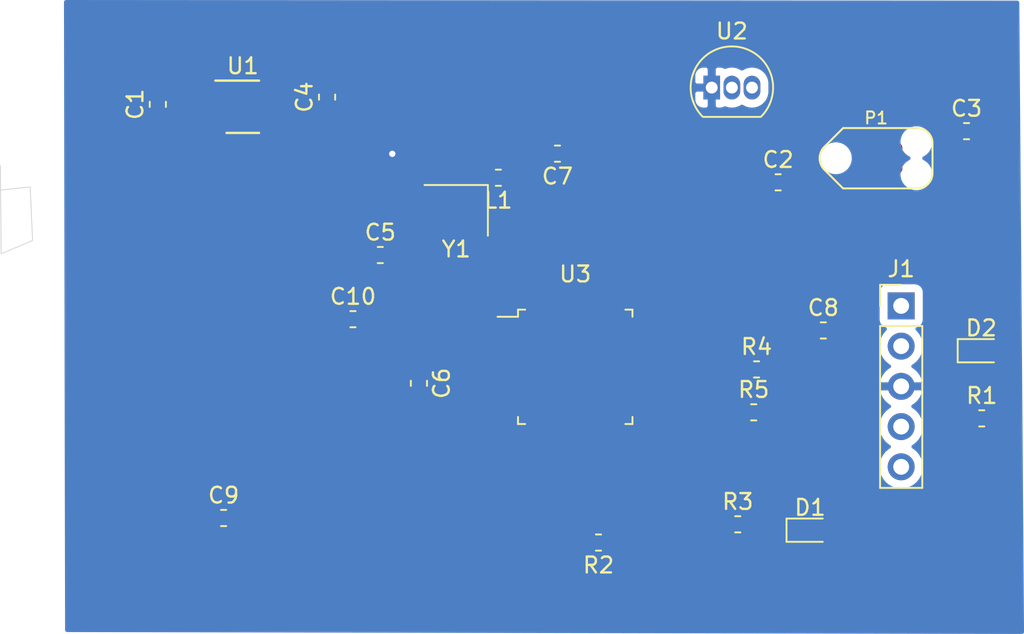
<source format=kicad_pcb>
(kicad_pcb (version 20171130) (host pcbnew "(5.1.4-0-10_14)")

  (general
    (thickness 1.6)
    (drawings 4)
    (tracks 5)
    (zones 0)
    (modules 24)
    (nets 47)
  )

  (page A4)
  (layers
    (0 F.Cu signal)
    (31 B.Cu signal)
    (32 B.Adhes user)
    (33 F.Adhes user)
    (34 B.Paste user)
    (35 F.Paste user)
    (36 B.SilkS user)
    (37 F.SilkS user)
    (38 B.Mask user)
    (39 F.Mask user)
    (40 Dwgs.User user)
    (41 Cmts.User user)
    (42 Eco1.User user)
    (43 Eco2.User user)
    (44 Edge.Cuts user)
    (45 Margin user)
    (46 B.CrtYd user)
    (47 F.CrtYd user hide)
    (48 B.Fab user)
    (49 F.Fab user)
  )

  (setup
    (last_trace_width 0.25)
    (user_trace_width 0.8)
    (trace_clearance 0.17)
    (zone_clearance 0.508)
    (zone_45_only no)
    (trace_min 0.2)
    (via_size 0.8)
    (via_drill 0.4)
    (via_min_size 0.4)
    (via_min_drill 0.3)
    (user_via 0.6 0.4)
    (uvia_size 0.3)
    (uvia_drill 0.1)
    (uvias_allowed no)
    (uvia_min_size 0.2)
    (uvia_min_drill 0.1)
    (edge_width 0.05)
    (segment_width 0.2)
    (pcb_text_width 0.3)
    (pcb_text_size 1.5 1.5)
    (mod_edge_width 0.12)
    (mod_text_size 1 1)
    (mod_text_width 0.15)
    (pad_size 1.524 1.524)
    (pad_drill 0.762)
    (pad_to_mask_clearance 0.051)
    (solder_mask_min_width 0.25)
    (aux_axis_origin 0 0)
    (visible_elements FFFFFF7F)
    (pcbplotparams
      (layerselection 0x010fc_ffffffff)
      (usegerberextensions false)
      (usegerberattributes false)
      (usegerberadvancedattributes false)
      (creategerberjobfile false)
      (excludeedgelayer true)
      (linewidth 0.100000)
      (plotframeref false)
      (viasonmask false)
      (mode 1)
      (useauxorigin false)
      (hpglpennumber 1)
      (hpglpenspeed 20)
      (hpglpendiameter 15.000000)
      (psnegative false)
      (psa4output false)
      (plotreference true)
      (plotvalue true)
      (plotinvisibletext false)
      (padsonsilk false)
      (subtractmaskfromsilk false)
      (outputformat 1)
      (mirror false)
      (drillshape 1)
      (scaleselection 1)
      (outputdirectory ""))
  )

  (net 0 "")
  (net 1 GND)
  (net 2 +5V)
  (net 3 SDA)
  (net 4 SCL)
  (net 5 "Net-(J1-Pad2)")
  (net 6 +3V3)
  (net 7 temperature)
  (net 8 "Net-(U3-Pad46)")
  (net 9 "Net-(U3-Pad45)")
  (net 10 "Net-(U3-Pad43)")
  (net 11 "Net-(U3-Pad42)")
  (net 12 "Net-(U3-Pad41)")
  (net 13 "Net-(U3-Pad40)")
  (net 14 "Net-(U3-Pad38)")
  (net 15 "Net-(U3-Pad33)")
  (net 16 "Net-(U3-Pad32)")
  (net 17 "Net-(U3-Pad19)")
  (net 18 "Net-(U3-Pad17)")
  (net 19 "Net-(U3-Pad16)")
  (net 20 "Net-(U3-Pad15)")
  (net 21 "Net-(U3-Pad14)")
  (net 22 MISO)
  (net 23 MOSI)
  (net 24 SCK)
  (net 25 "Net-(U3-Pad10)")
  (net 26 "Net-(U3-Pad4)")
  (net 27 "Net-(U3-Pad3)")
  (net 28 "Net-(U3-Pad2)")
  (net 29 "Net-(U1-Pad6)")
  (net 30 ~RESET)
  (net 31 "Net-(C5-Pad2)")
  (net 32 "Net-(C6-Pad2)")
  (net 33 "Net-(C10-Pad2)")
  (net 34 "Net-(D1-Pad2)")
  (net 35 "Net-(D2-Pad2)")
  (net 36 SWDSWO)
  (net 37 SWDCLK)
  (net 38 SWDIO)
  (net 39 "Net-(R3-Pad1)")
  (net 40 "Net-(U3-Pad25)")
  (net 41 "Net-(U3-Pad22)")
  (net 42 "Net-(U3-Pad21)")
  (net 43 "Net-(U3-Pad20)")
  (net 44 "Net-(U3-Pad13)")
  (net 45 "Net-(U3-Pad12)")
  (net 46 "Net-(U3-Pad11)")

  (net_class Default "Ceci est la Netclass par défaut."
    (clearance 0.17)
    (trace_width 0.25)
    (via_dia 0.8)
    (via_drill 0.4)
    (uvia_dia 0.3)
    (uvia_drill 0.1)
    (add_net +3V3)
    (add_net +5V)
    (add_net GND)
    (add_net MISO)
    (add_net MOSI)
    (add_net "Net-(C10-Pad2)")
    (add_net "Net-(C5-Pad2)")
    (add_net "Net-(C6-Pad2)")
    (add_net "Net-(D1-Pad2)")
    (add_net "Net-(D2-Pad2)")
    (add_net "Net-(J1-Pad2)")
    (add_net "Net-(R3-Pad1)")
    (add_net "Net-(U1-Pad6)")
    (add_net "Net-(U3-Pad10)")
    (add_net "Net-(U3-Pad11)")
    (add_net "Net-(U3-Pad12)")
    (add_net "Net-(U3-Pad13)")
    (add_net "Net-(U3-Pad14)")
    (add_net "Net-(U3-Pad15)")
    (add_net "Net-(U3-Pad16)")
    (add_net "Net-(U3-Pad17)")
    (add_net "Net-(U3-Pad19)")
    (add_net "Net-(U3-Pad2)")
    (add_net "Net-(U3-Pad20)")
    (add_net "Net-(U3-Pad21)")
    (add_net "Net-(U3-Pad22)")
    (add_net "Net-(U3-Pad25)")
    (add_net "Net-(U3-Pad3)")
    (add_net "Net-(U3-Pad32)")
    (add_net "Net-(U3-Pad33)")
    (add_net "Net-(U3-Pad38)")
    (add_net "Net-(U3-Pad4)")
    (add_net "Net-(U3-Pad40)")
    (add_net "Net-(U3-Pad41)")
    (add_net "Net-(U3-Pad42)")
    (add_net "Net-(U3-Pad43)")
    (add_net "Net-(U3-Pad45)")
    (add_net "Net-(U3-Pad46)")
    (add_net SCK)
    (add_net SCL)
    (add_net SDA)
    (add_net SWDCLK)
    (add_net SWDIO)
    (add_net SWDSWO)
    (add_net temperature)
    (add_net ~RESET)
  )

  (module Inductor_SMD:L_0603_1608Metric (layer F.Cu) (tedit 5B301BBE) (tstamp 5DB742EB)
    (at 156.5 80.96 180)
    (descr "Inductor SMD 0603 (1608 Metric), square (rectangular) end terminal, IPC_7351 nominal, (Body size source: http://www.tortai-tech.com/upload/download/2011102023233369053.pdf), generated with kicad-footprint-generator")
    (tags inductor)
    (path /5DAA01A9)
    (attr smd)
    (fp_text reference L1 (at 0 -1.43) (layer F.SilkS)
      (effects (font (size 1 1) (thickness 0.15)))
    )
    (fp_text value 10uH (at 0 1.43) (layer F.Fab)
      (effects (font (size 1 1) (thickness 0.15)))
    )
    (fp_text user %R (at 0 0) (layer F.Fab)
      (effects (font (size 0.4 0.4) (thickness 0.06)))
    )
    (fp_line (start 1.48 0.73) (end -1.48 0.73) (layer F.CrtYd) (width 0.05))
    (fp_line (start 1.48 -0.73) (end 1.48 0.73) (layer F.CrtYd) (width 0.05))
    (fp_line (start -1.48 -0.73) (end 1.48 -0.73) (layer F.CrtYd) (width 0.05))
    (fp_line (start -1.48 0.73) (end -1.48 -0.73) (layer F.CrtYd) (width 0.05))
    (fp_line (start -0.162779 0.51) (end 0.162779 0.51) (layer F.SilkS) (width 0.12))
    (fp_line (start -0.162779 -0.51) (end 0.162779 -0.51) (layer F.SilkS) (width 0.12))
    (fp_line (start 0.8 0.4) (end -0.8 0.4) (layer F.Fab) (width 0.1))
    (fp_line (start 0.8 -0.4) (end 0.8 0.4) (layer F.Fab) (width 0.1))
    (fp_line (start -0.8 -0.4) (end 0.8 -0.4) (layer F.Fab) (width 0.1))
    (fp_line (start -0.8 0.4) (end -0.8 -0.4) (layer F.Fab) (width 0.1))
    (pad 2 smd roundrect (at 0.7875 0 180) (size 0.875 0.95) (layers F.Cu F.Paste F.Mask) (roundrect_rratio 0.25)
      (net 32 "Net-(C6-Pad2)"))
    (pad 1 smd roundrect (at -0.7875 0 180) (size 0.875 0.95) (layers F.Cu F.Paste F.Mask) (roundrect_rratio 0.25)
      (net 6 +3V3))
    (model ${KISYS3DMOD}/Inductor_SMD.3dshapes/L_0603_1608Metric.wrl
      (at (xyz 0 0 0))
      (scale (xyz 1 1 1))
      (rotate (xyz 0 0 0))
    )
  )

  (module Crystal:Crystal_SMD_SeikoEpson_FA238-4Pin_3.2x2.5mm (layer F.Cu) (tedit 5A0FD1B2) (tstamp 5DCDBF8C)
    (at 153.84 83.02 180)
    (descr "crystal Epson Toyocom FA-238 https://support.epson.biz/td/api/doc_check.php?dl=brief_fa-238v_en.pdf, 3.2x2.5mm^2 package")
    (tags "SMD SMT crystal")
    (path /5DD7F07A)
    (attr smd)
    (fp_text reference Y1 (at 0 -2.45) (layer F.SilkS)
      (effects (font (size 1 1) (thickness 0.15)))
    )
    (fp_text value 16Mhz (at 0 2.45) (layer F.Fab)
      (effects (font (size 1 1) (thickness 0.15)))
    )
    (fp_line (start 2.1 -1.7) (end -2.1 -1.7) (layer F.CrtYd) (width 0.05))
    (fp_line (start 2.1 1.7) (end 2.1 -1.7) (layer F.CrtYd) (width 0.05))
    (fp_line (start -2.1 1.7) (end 2.1 1.7) (layer F.CrtYd) (width 0.05))
    (fp_line (start -2.1 -1.7) (end -2.1 1.7) (layer F.CrtYd) (width 0.05))
    (fp_line (start -2 1.6) (end 2 1.6) (layer F.SilkS) (width 0.12))
    (fp_line (start -2 -1.6) (end -2 1.6) (layer F.SilkS) (width 0.12))
    (fp_line (start -1.6 0.25) (end -0.6 1.25) (layer F.Fab) (width 0.1))
    (fp_line (start -1.6 -1.15) (end -1.5 -1.25) (layer F.Fab) (width 0.1))
    (fp_line (start -1.6 1.15) (end -1.6 -1.15) (layer F.Fab) (width 0.1))
    (fp_line (start -1.5 1.25) (end -1.6 1.15) (layer F.Fab) (width 0.1))
    (fp_line (start 1.5 1.25) (end -1.5 1.25) (layer F.Fab) (width 0.1))
    (fp_line (start 1.6 1.15) (end 1.5 1.25) (layer F.Fab) (width 0.1))
    (fp_line (start 1.6 -1.15) (end 1.6 1.15) (layer F.Fab) (width 0.1))
    (fp_line (start 1.5 -1.25) (end 1.6 -1.15) (layer F.Fab) (width 0.1))
    (fp_line (start -1.5 -1.25) (end 1.5 -1.25) (layer F.Fab) (width 0.1))
    (fp_text user %R (at 0 0) (layer F.Fab)
      (effects (font (size 0.7 0.7) (thickness 0.105)))
    )
    (pad 4 smd rect (at -1.1 -0.8 180) (size 1.4 1.2) (layers F.Cu F.Paste F.Mask)
      (net 1 GND))
    (pad 3 smd rect (at 1.1 -0.8 180) (size 1.4 1.2) (layers F.Cu F.Paste F.Mask)
      (net 33 "Net-(C10-Pad2)"))
    (pad 2 smd rect (at 1.1 0.8 180) (size 1.4 1.2) (layers F.Cu F.Paste F.Mask)
      (net 1 GND))
    (pad 1 smd rect (at -1.1 0.8 180) (size 1.4 1.2) (layers F.Cu F.Paste F.Mask)
      (net 31 "Net-(C5-Pad2)"))
    (model ${KISYS3DMOD}/Crystal.3dshapes/Crystal_SMD_SeikoEpson_FA238-4Pin_3.2x2.5mm.wrl
      (at (xyz 0 0 0))
      (scale (xyz 1 1 1))
      (rotate (xyz 0 0 0))
    )
  )

  (module Package_QFP:LQFP-48_7x7mm_P0.5mm (layer F.Cu) (tedit 5C18330E) (tstamp 5DCDBF74)
    (at 161.35 92.8975)
    (descr "LQFP, 48 Pin (https://www.analog.com/media/en/technical-documentation/data-sheets/ltc2358-16.pdf), generated with kicad-footprint-generator ipc_gullwing_generator.py")
    (tags "LQFP QFP")
    (path /5DCAB25B)
    (attr smd)
    (fp_text reference U3 (at 0 -5.85) (layer F.SilkS)
      (effects (font (size 1 1) (thickness 0.15)))
    )
    (fp_text value STM32F303CCTx (at 0 5.85) (layer F.Fab)
      (effects (font (size 1 1) (thickness 0.15)))
    )
    (fp_text user %R (at 0 0) (layer F.Fab)
      (effects (font (size 1 1) (thickness 0.15)))
    )
    (fp_line (start 5.15 3.15) (end 5.15 0) (layer F.CrtYd) (width 0.05))
    (fp_line (start 3.75 3.15) (end 5.15 3.15) (layer F.CrtYd) (width 0.05))
    (fp_line (start 3.75 3.75) (end 3.75 3.15) (layer F.CrtYd) (width 0.05))
    (fp_line (start 3.15 3.75) (end 3.75 3.75) (layer F.CrtYd) (width 0.05))
    (fp_line (start 3.15 5.15) (end 3.15 3.75) (layer F.CrtYd) (width 0.05))
    (fp_line (start 0 5.15) (end 3.15 5.15) (layer F.CrtYd) (width 0.05))
    (fp_line (start -5.15 3.15) (end -5.15 0) (layer F.CrtYd) (width 0.05))
    (fp_line (start -3.75 3.15) (end -5.15 3.15) (layer F.CrtYd) (width 0.05))
    (fp_line (start -3.75 3.75) (end -3.75 3.15) (layer F.CrtYd) (width 0.05))
    (fp_line (start -3.15 3.75) (end -3.75 3.75) (layer F.CrtYd) (width 0.05))
    (fp_line (start -3.15 5.15) (end -3.15 3.75) (layer F.CrtYd) (width 0.05))
    (fp_line (start 0 5.15) (end -3.15 5.15) (layer F.CrtYd) (width 0.05))
    (fp_line (start 5.15 -3.15) (end 5.15 0) (layer F.CrtYd) (width 0.05))
    (fp_line (start 3.75 -3.15) (end 5.15 -3.15) (layer F.CrtYd) (width 0.05))
    (fp_line (start 3.75 -3.75) (end 3.75 -3.15) (layer F.CrtYd) (width 0.05))
    (fp_line (start 3.15 -3.75) (end 3.75 -3.75) (layer F.CrtYd) (width 0.05))
    (fp_line (start 3.15 -5.15) (end 3.15 -3.75) (layer F.CrtYd) (width 0.05))
    (fp_line (start 0 -5.15) (end 3.15 -5.15) (layer F.CrtYd) (width 0.05))
    (fp_line (start -5.15 -3.15) (end -5.15 0) (layer F.CrtYd) (width 0.05))
    (fp_line (start -3.75 -3.15) (end -5.15 -3.15) (layer F.CrtYd) (width 0.05))
    (fp_line (start -3.75 -3.75) (end -3.75 -3.15) (layer F.CrtYd) (width 0.05))
    (fp_line (start -3.15 -3.75) (end -3.75 -3.75) (layer F.CrtYd) (width 0.05))
    (fp_line (start -3.15 -5.15) (end -3.15 -3.75) (layer F.CrtYd) (width 0.05))
    (fp_line (start 0 -5.15) (end -3.15 -5.15) (layer F.CrtYd) (width 0.05))
    (fp_line (start -3.5 -2.5) (end -2.5 -3.5) (layer F.Fab) (width 0.1))
    (fp_line (start -3.5 3.5) (end -3.5 -2.5) (layer F.Fab) (width 0.1))
    (fp_line (start 3.5 3.5) (end -3.5 3.5) (layer F.Fab) (width 0.1))
    (fp_line (start 3.5 -3.5) (end 3.5 3.5) (layer F.Fab) (width 0.1))
    (fp_line (start -2.5 -3.5) (end 3.5 -3.5) (layer F.Fab) (width 0.1))
    (fp_line (start -3.61 -3.16) (end -4.9 -3.16) (layer F.SilkS) (width 0.12))
    (fp_line (start -3.61 -3.61) (end -3.61 -3.16) (layer F.SilkS) (width 0.12))
    (fp_line (start -3.16 -3.61) (end -3.61 -3.61) (layer F.SilkS) (width 0.12))
    (fp_line (start 3.61 -3.61) (end 3.61 -3.16) (layer F.SilkS) (width 0.12))
    (fp_line (start 3.16 -3.61) (end 3.61 -3.61) (layer F.SilkS) (width 0.12))
    (fp_line (start -3.61 3.61) (end -3.61 3.16) (layer F.SilkS) (width 0.12))
    (fp_line (start -3.16 3.61) (end -3.61 3.61) (layer F.SilkS) (width 0.12))
    (fp_line (start 3.61 3.61) (end 3.61 3.16) (layer F.SilkS) (width 0.12))
    (fp_line (start 3.16 3.61) (end 3.61 3.61) (layer F.SilkS) (width 0.12))
    (pad 48 smd roundrect (at -2.75 -4.1625) (size 0.3 1.475) (layers F.Cu F.Paste F.Mask) (roundrect_rratio 0.25)
      (net 6 +3V3))
    (pad 47 smd roundrect (at -2.25 -4.1625) (size 0.3 1.475) (layers F.Cu F.Paste F.Mask) (roundrect_rratio 0.25)
      (net 1 GND))
    (pad 46 smd roundrect (at -1.75 -4.1625) (size 0.3 1.475) (layers F.Cu F.Paste F.Mask) (roundrect_rratio 0.25)
      (net 8 "Net-(U3-Pad46)"))
    (pad 45 smd roundrect (at -1.25 -4.1625) (size 0.3 1.475) (layers F.Cu F.Paste F.Mask) (roundrect_rratio 0.25)
      (net 9 "Net-(U3-Pad45)"))
    (pad 44 smd roundrect (at -0.75 -4.1625) (size 0.3 1.475) (layers F.Cu F.Paste F.Mask) (roundrect_rratio 0.25)
      (net 1 GND))
    (pad 43 smd roundrect (at -0.25 -4.1625) (size 0.3 1.475) (layers F.Cu F.Paste F.Mask) (roundrect_rratio 0.25)
      (net 10 "Net-(U3-Pad43)"))
    (pad 42 smd roundrect (at 0.25 -4.1625) (size 0.3 1.475) (layers F.Cu F.Paste F.Mask) (roundrect_rratio 0.25)
      (net 11 "Net-(U3-Pad42)"))
    (pad 41 smd roundrect (at 0.75 -4.1625) (size 0.3 1.475) (layers F.Cu F.Paste F.Mask) (roundrect_rratio 0.25)
      (net 12 "Net-(U3-Pad41)"))
    (pad 40 smd roundrect (at 1.25 -4.1625) (size 0.3 1.475) (layers F.Cu F.Paste F.Mask) (roundrect_rratio 0.25)
      (net 13 "Net-(U3-Pad40)"))
    (pad 39 smd roundrect (at 1.75 -4.1625) (size 0.3 1.475) (layers F.Cu F.Paste F.Mask) (roundrect_rratio 0.25)
      (net 36 SWDSWO))
    (pad 38 smd roundrect (at 2.25 -4.1625) (size 0.3 1.475) (layers F.Cu F.Paste F.Mask) (roundrect_rratio 0.25)
      (net 14 "Net-(U3-Pad38)"))
    (pad 37 smd roundrect (at 2.75 -4.1625) (size 0.3 1.475) (layers F.Cu F.Paste F.Mask) (roundrect_rratio 0.25)
      (net 37 SWDCLK))
    (pad 36 smd roundrect (at 4.1625 -2.75) (size 1.475 0.3) (layers F.Cu F.Paste F.Mask) (roundrect_rratio 0.25)
      (net 6 +3V3))
    (pad 35 smd roundrect (at 4.1625 -2.25) (size 1.475 0.3) (layers F.Cu F.Paste F.Mask) (roundrect_rratio 0.25)
      (net 1 GND))
    (pad 34 smd roundrect (at 4.1625 -1.75) (size 1.475 0.3) (layers F.Cu F.Paste F.Mask) (roundrect_rratio 0.25)
      (net 38 SWDIO))
    (pad 33 smd roundrect (at 4.1625 -1.25) (size 1.475 0.3) (layers F.Cu F.Paste F.Mask) (roundrect_rratio 0.25)
      (net 15 "Net-(U3-Pad33)"))
    (pad 32 smd roundrect (at 4.1625 -0.75) (size 1.475 0.3) (layers F.Cu F.Paste F.Mask) (roundrect_rratio 0.25)
      (net 16 "Net-(U3-Pad32)"))
    (pad 31 smd roundrect (at 4.1625 -0.25) (size 1.475 0.3) (layers F.Cu F.Paste F.Mask) (roundrect_rratio 0.25)
      (net 3 SDA))
    (pad 30 smd roundrect (at 4.1625 0.25) (size 1.475 0.3) (layers F.Cu F.Paste F.Mask) (roundrect_rratio 0.25)
      (net 4 SCL))
    (pad 29 smd roundrect (at 4.1625 0.75) (size 1.475 0.3) (layers F.Cu F.Paste F.Mask) (roundrect_rratio 0.25)
      (net 39 "Net-(R3-Pad1)"))
    (pad 28 smd roundrect (at 4.1625 1.25) (size 1.475 0.3) (layers F.Cu F.Paste F.Mask) (roundrect_rratio 0.25)
      (net 23 MOSI))
    (pad 27 smd roundrect (at 4.1625 1.75) (size 1.475 0.3) (layers F.Cu F.Paste F.Mask) (roundrect_rratio 0.25)
      (net 22 MISO))
    (pad 26 smd roundrect (at 4.1625 2.25) (size 1.475 0.3) (layers F.Cu F.Paste F.Mask) (roundrect_rratio 0.25)
      (net 24 SCK))
    (pad 25 smd roundrect (at 4.1625 2.75) (size 1.475 0.3) (layers F.Cu F.Paste F.Mask) (roundrect_rratio 0.25)
      (net 40 "Net-(U3-Pad25)"))
    (pad 24 smd roundrect (at 2.75 4.1625) (size 0.3 1.475) (layers F.Cu F.Paste F.Mask) (roundrect_rratio 0.25)
      (net 6 +3V3))
    (pad 23 smd roundrect (at 2.25 4.1625) (size 0.3 1.475) (layers F.Cu F.Paste F.Mask) (roundrect_rratio 0.25)
      (net 1 GND))
    (pad 22 smd roundrect (at 1.75 4.1625) (size 0.3 1.475) (layers F.Cu F.Paste F.Mask) (roundrect_rratio 0.25)
      (net 41 "Net-(U3-Pad22)"))
    (pad 21 smd roundrect (at 1.25 4.1625) (size 0.3 1.475) (layers F.Cu F.Paste F.Mask) (roundrect_rratio 0.25)
      (net 42 "Net-(U3-Pad21)"))
    (pad 20 smd roundrect (at 0.75 4.1625) (size 0.3 1.475) (layers F.Cu F.Paste F.Mask) (roundrect_rratio 0.25)
      (net 43 "Net-(U3-Pad20)"))
    (pad 19 smd roundrect (at 0.25 4.1625) (size 0.3 1.475) (layers F.Cu F.Paste F.Mask) (roundrect_rratio 0.25)
      (net 17 "Net-(U3-Pad19)"))
    (pad 18 smd roundrect (at -0.25 4.1625) (size 0.3 1.475) (layers F.Cu F.Paste F.Mask) (roundrect_rratio 0.25)
      (net 7 temperature))
    (pad 17 smd roundrect (at -0.75 4.1625) (size 0.3 1.475) (layers F.Cu F.Paste F.Mask) (roundrect_rratio 0.25)
      (net 18 "Net-(U3-Pad17)"))
    (pad 16 smd roundrect (at -1.25 4.1625) (size 0.3 1.475) (layers F.Cu F.Paste F.Mask) (roundrect_rratio 0.25)
      (net 19 "Net-(U3-Pad16)"))
    (pad 15 smd roundrect (at -1.75 4.1625) (size 0.3 1.475) (layers F.Cu F.Paste F.Mask) (roundrect_rratio 0.25)
      (net 20 "Net-(U3-Pad15)"))
    (pad 14 smd roundrect (at -2.25 4.1625) (size 0.3 1.475) (layers F.Cu F.Paste F.Mask) (roundrect_rratio 0.25)
      (net 21 "Net-(U3-Pad14)"))
    (pad 13 smd roundrect (at -2.75 4.1625) (size 0.3 1.475) (layers F.Cu F.Paste F.Mask) (roundrect_rratio 0.25)
      (net 44 "Net-(U3-Pad13)"))
    (pad 12 smd roundrect (at -4.1625 2.75) (size 1.475 0.3) (layers F.Cu F.Paste F.Mask) (roundrect_rratio 0.25)
      (net 45 "Net-(U3-Pad12)"))
    (pad 11 smd roundrect (at -4.1625 2.25) (size 1.475 0.3) (layers F.Cu F.Paste F.Mask) (roundrect_rratio 0.25)
      (net 46 "Net-(U3-Pad11)"))
    (pad 10 smd roundrect (at -4.1625 1.75) (size 1.475 0.3) (layers F.Cu F.Paste F.Mask) (roundrect_rratio 0.25)
      (net 25 "Net-(U3-Pad10)"))
    (pad 9 smd roundrect (at -4.1625 1.25) (size 1.475 0.3) (layers F.Cu F.Paste F.Mask) (roundrect_rratio 0.25)
      (net 32 "Net-(C6-Pad2)"))
    (pad 8 smd roundrect (at -4.1625 0.75) (size 1.475 0.3) (layers F.Cu F.Paste F.Mask) (roundrect_rratio 0.25)
      (net 1 GND))
    (pad 7 smd roundrect (at -4.1625 0.25) (size 1.475 0.3) (layers F.Cu F.Paste F.Mask) (roundrect_rratio 0.25)
      (net 30 ~RESET))
    (pad 6 smd roundrect (at -4.1625 -0.25) (size 1.475 0.3) (layers F.Cu F.Paste F.Mask) (roundrect_rratio 0.25)
      (net 33 "Net-(C10-Pad2)"))
    (pad 5 smd roundrect (at -4.1625 -0.75) (size 1.475 0.3) (layers F.Cu F.Paste F.Mask) (roundrect_rratio 0.25)
      (net 31 "Net-(C5-Pad2)"))
    (pad 4 smd roundrect (at -4.1625 -1.25) (size 1.475 0.3) (layers F.Cu F.Paste F.Mask) (roundrect_rratio 0.25)
      (net 26 "Net-(U3-Pad4)"))
    (pad 3 smd roundrect (at -4.1625 -1.75) (size 1.475 0.3) (layers F.Cu F.Paste F.Mask) (roundrect_rratio 0.25)
      (net 27 "Net-(U3-Pad3)"))
    (pad 2 smd roundrect (at -4.1625 -2.25) (size 1.475 0.3) (layers F.Cu F.Paste F.Mask) (roundrect_rratio 0.25)
      (net 28 "Net-(U3-Pad2)"))
    (pad 1 smd roundrect (at -4.1625 -2.75) (size 1.475 0.3) (layers F.Cu F.Paste F.Mask) (roundrect_rratio 0.25)
      (net 6 +3V3))
    (model ${KISYS3DMOD}/Package_QFP.3dshapes/LQFP-48_7x7mm_P0.5mm.wrl
      (at (xyz 0 0 0))
      (scale (xyz 1 1 1))
      (rotate (xyz 0 0 0))
    )
  )

  (module Resistor_SMD:R_0603_1608Metric (layer F.Cu) (tedit 5B301BBD) (tstamp 5DCDBEBF)
    (at 172.6075 95.77)
    (descr "Resistor SMD 0603 (1608 Metric), square (rectangular) end terminal, IPC_7351 nominal, (Body size source: http://www.tortai-tech.com/upload/download/2011102023233369053.pdf), generated with kicad-footprint-generator")
    (tags resistor)
    (path /5DD81ED8)
    (attr smd)
    (fp_text reference R5 (at 0 -1.43) (layer F.SilkS)
      (effects (font (size 1 1) (thickness 0.15)))
    )
    (fp_text value 4.7k (at 0 1.43) (layer F.Fab)
      (effects (font (size 1 1) (thickness 0.15)))
    )
    (fp_text user %R (at 0 0) (layer F.Fab)
      (effects (font (size 0.4 0.4) (thickness 0.06)))
    )
    (fp_line (start 1.48 0.73) (end -1.48 0.73) (layer F.CrtYd) (width 0.05))
    (fp_line (start 1.48 -0.73) (end 1.48 0.73) (layer F.CrtYd) (width 0.05))
    (fp_line (start -1.48 -0.73) (end 1.48 -0.73) (layer F.CrtYd) (width 0.05))
    (fp_line (start -1.48 0.73) (end -1.48 -0.73) (layer F.CrtYd) (width 0.05))
    (fp_line (start -0.162779 0.51) (end 0.162779 0.51) (layer F.SilkS) (width 0.12))
    (fp_line (start -0.162779 -0.51) (end 0.162779 -0.51) (layer F.SilkS) (width 0.12))
    (fp_line (start 0.8 0.4) (end -0.8 0.4) (layer F.Fab) (width 0.1))
    (fp_line (start 0.8 -0.4) (end 0.8 0.4) (layer F.Fab) (width 0.1))
    (fp_line (start -0.8 -0.4) (end 0.8 -0.4) (layer F.Fab) (width 0.1))
    (fp_line (start -0.8 0.4) (end -0.8 -0.4) (layer F.Fab) (width 0.1))
    (pad 2 smd roundrect (at 0.7875 0) (size 0.875 0.95) (layers F.Cu F.Paste F.Mask) (roundrect_rratio 0.25)
      (net 6 +3V3))
    (pad 1 smd roundrect (at -0.7875 0) (size 0.875 0.95) (layers F.Cu F.Paste F.Mask) (roundrect_rratio 0.25)
      (net 3 SDA))
    (model ${KISYS3DMOD}/Resistor_SMD.3dshapes/R_0603_1608Metric.wrl
      (at (xyz 0 0 0))
      (scale (xyz 1 1 1))
      (rotate (xyz 0 0 0))
    )
  )

  (module Resistor_SMD:R_0603_1608Metric (layer F.Cu) (tedit 5B301BBD) (tstamp 5DCDBEAE)
    (at 172.7875 93.06)
    (descr "Resistor SMD 0603 (1608 Metric), square (rectangular) end terminal, IPC_7351 nominal, (Body size source: http://www.tortai-tech.com/upload/download/2011102023233369053.pdf), generated with kicad-footprint-generator")
    (tags resistor)
    (path /5DD8108D)
    (attr smd)
    (fp_text reference R4 (at 0 -1.43) (layer F.SilkS)
      (effects (font (size 1 1) (thickness 0.15)))
    )
    (fp_text value 4.7k (at 0 1.43) (layer F.Fab)
      (effects (font (size 1 1) (thickness 0.15)))
    )
    (fp_text user %R (at 0 0) (layer F.Fab)
      (effects (font (size 0.4 0.4) (thickness 0.06)))
    )
    (fp_line (start 1.48 0.73) (end -1.48 0.73) (layer F.CrtYd) (width 0.05))
    (fp_line (start 1.48 -0.73) (end 1.48 0.73) (layer F.CrtYd) (width 0.05))
    (fp_line (start -1.48 -0.73) (end 1.48 -0.73) (layer F.CrtYd) (width 0.05))
    (fp_line (start -1.48 0.73) (end -1.48 -0.73) (layer F.CrtYd) (width 0.05))
    (fp_line (start -0.162779 0.51) (end 0.162779 0.51) (layer F.SilkS) (width 0.12))
    (fp_line (start -0.162779 -0.51) (end 0.162779 -0.51) (layer F.SilkS) (width 0.12))
    (fp_line (start 0.8 0.4) (end -0.8 0.4) (layer F.Fab) (width 0.1))
    (fp_line (start 0.8 -0.4) (end 0.8 0.4) (layer F.Fab) (width 0.1))
    (fp_line (start -0.8 -0.4) (end 0.8 -0.4) (layer F.Fab) (width 0.1))
    (fp_line (start -0.8 0.4) (end -0.8 -0.4) (layer F.Fab) (width 0.1))
    (pad 2 smd roundrect (at 0.7875 0) (size 0.875 0.95) (layers F.Cu F.Paste F.Mask) (roundrect_rratio 0.25)
      (net 6 +3V3))
    (pad 1 smd roundrect (at -0.7875 0) (size 0.875 0.95) (layers F.Cu F.Paste F.Mask) (roundrect_rratio 0.25)
      (net 4 SCL))
    (model ${KISYS3DMOD}/Resistor_SMD.3dshapes/R_0603_1608Metric.wrl
      (at (xyz 0 0 0))
      (scale (xyz 1 1 1))
      (rotate (xyz 0 0 0))
    )
  )

  (module Resistor_SMD:R_0603_1608Metric (layer F.Cu) (tedit 5B301BBD) (tstamp 5DCDBE9D)
    (at 171.6025 102.84)
    (descr "Resistor SMD 0603 (1608 Metric), square (rectangular) end terminal, IPC_7351 nominal, (Body size source: http://www.tortai-tech.com/upload/download/2011102023233369053.pdf), generated with kicad-footprint-generator")
    (tags resistor)
    (path /5DCDB810)
    (attr smd)
    (fp_text reference R3 (at 0 -1.43) (layer F.SilkS)
      (effects (font (size 1 1) (thickness 0.15)))
    )
    (fp_text value 330 (at 0 1.43) (layer F.Fab)
      (effects (font (size 1 1) (thickness 0.15)))
    )
    (fp_text user %R (at 0 0) (layer F.Fab)
      (effects (font (size 0.4 0.4) (thickness 0.06)))
    )
    (fp_line (start 1.48 0.73) (end -1.48 0.73) (layer F.CrtYd) (width 0.05))
    (fp_line (start 1.48 -0.73) (end 1.48 0.73) (layer F.CrtYd) (width 0.05))
    (fp_line (start -1.48 -0.73) (end 1.48 -0.73) (layer F.CrtYd) (width 0.05))
    (fp_line (start -1.48 0.73) (end -1.48 -0.73) (layer F.CrtYd) (width 0.05))
    (fp_line (start -0.162779 0.51) (end 0.162779 0.51) (layer F.SilkS) (width 0.12))
    (fp_line (start -0.162779 -0.51) (end 0.162779 -0.51) (layer F.SilkS) (width 0.12))
    (fp_line (start 0.8 0.4) (end -0.8 0.4) (layer F.Fab) (width 0.1))
    (fp_line (start 0.8 -0.4) (end 0.8 0.4) (layer F.Fab) (width 0.1))
    (fp_line (start -0.8 -0.4) (end 0.8 -0.4) (layer F.Fab) (width 0.1))
    (fp_line (start -0.8 0.4) (end -0.8 -0.4) (layer F.Fab) (width 0.1))
    (pad 2 smd roundrect (at 0.7875 0) (size 0.875 0.95) (layers F.Cu F.Paste F.Mask) (roundrect_rratio 0.25)
      (net 34 "Net-(D1-Pad2)"))
    (pad 1 smd roundrect (at -0.7875 0) (size 0.875 0.95) (layers F.Cu F.Paste F.Mask) (roundrect_rratio 0.25)
      (net 39 "Net-(R3-Pad1)"))
    (model ${KISYS3DMOD}/Resistor_SMD.3dshapes/R_0603_1608Metric.wrl
      (at (xyz 0 0 0))
      (scale (xyz 1 1 1))
      (rotate (xyz 0 0 0))
    )
  )

  (module Resistor_SMD:R_0603_1608Metric (layer F.Cu) (tedit 5B301BBD) (tstamp 5DCDBE6C)
    (at 186.9925 96.15)
    (descr "Resistor SMD 0603 (1608 Metric), square (rectangular) end terminal, IPC_7351 nominal, (Body size source: http://www.tortai-tech.com/upload/download/2011102023233369053.pdf), generated with kicad-footprint-generator")
    (tags resistor)
    (path /5DDC3EE3)
    (attr smd)
    (fp_text reference R1 (at 0 -1.43) (layer F.SilkS)
      (effects (font (size 1 1) (thickness 0.15)))
    )
    (fp_text value 330 (at 0 1.43) (layer F.Fab)
      (effects (font (size 1 1) (thickness 0.15)))
    )
    (fp_text user %R (at 0 0) (layer F.Fab)
      (effects (font (size 0.4 0.4) (thickness 0.06)))
    )
    (fp_line (start 1.48 0.73) (end -1.48 0.73) (layer F.CrtYd) (width 0.05))
    (fp_line (start 1.48 -0.73) (end 1.48 0.73) (layer F.CrtYd) (width 0.05))
    (fp_line (start -1.48 -0.73) (end 1.48 -0.73) (layer F.CrtYd) (width 0.05))
    (fp_line (start -1.48 0.73) (end -1.48 -0.73) (layer F.CrtYd) (width 0.05))
    (fp_line (start -0.162779 0.51) (end 0.162779 0.51) (layer F.SilkS) (width 0.12))
    (fp_line (start -0.162779 -0.51) (end 0.162779 -0.51) (layer F.SilkS) (width 0.12))
    (fp_line (start 0.8 0.4) (end -0.8 0.4) (layer F.Fab) (width 0.1))
    (fp_line (start 0.8 -0.4) (end 0.8 0.4) (layer F.Fab) (width 0.1))
    (fp_line (start -0.8 -0.4) (end 0.8 -0.4) (layer F.Fab) (width 0.1))
    (fp_line (start -0.8 0.4) (end -0.8 -0.4) (layer F.Fab) (width 0.1))
    (pad 2 smd roundrect (at 0.7875 0) (size 0.875 0.95) (layers F.Cu F.Paste F.Mask) (roundrect_rratio 0.25)
      (net 35 "Net-(D2-Pad2)"))
    (pad 1 smd roundrect (at -0.7875 0) (size 0.875 0.95) (layers F.Cu F.Paste F.Mask) (roundrect_rratio 0.25)
      (net 6 +3V3))
    (model ${KISYS3DMOD}/Resistor_SMD.3dshapes/R_0603_1608Metric.wrl
      (at (xyz 0 0 0))
      (scale (xyz 1 1 1))
      (rotate (xyz 0 0 0))
    )
  )

  (module tag-connect:TC2030-NL_SMALL (layer F.Cu) (tedit 4FBCCECC) (tstamp 5DCDBE5B)
    (at 180.33 79.73)
    (descr "Tag-Connect TC2030-NL footprint by carloscuev@gmail.com")
    (tags "Tag-Connect TC2030-NL")
    (path /5DDA8F71)
    (clearance 0.127)
    (attr virtual)
    (fp_text reference P1 (at 0 -2.54) (layer F.SilkS)
      (effects (font (size 0.75692 0.75692) (thickness 0.127)))
    )
    (fp_text value TC2030-MCP (at 0 2.667) (layer F.SilkS) hide
      (effects (font (size 0.75692 0.75692) (thickness 0.127)))
    )
    (fp_arc (start 2.6035 -0.9525) (end 2.6035 -1.905) (angle 90) (layer F.SilkS) (width 0.127))
    (fp_arc (start 2.6035 0.9525) (end 3.556 0.9525) (angle 90) (layer F.SilkS) (width 0.127))
    (fp_line (start 3.556 -0.9525) (end 3.556 0.9525) (layer F.SilkS) (width 0.127))
    (fp_arc (start -2.54 0) (end -3.2639 0.7239) (angle 90) (layer F.SilkS) (width 0.127))
    (fp_line (start -3.2639 -0.7239) (end -2.0828 -1.905) (layer F.SilkS) (width 0.127))
    (fp_line (start -3.2639 0.7239) (end -2.0828 1.905) (layer F.SilkS) (width 0.127))
    (fp_line (start 2.6035 -1.905) (end -2.0828 -1.905) (layer F.SilkS) (width 0.127))
    (fp_line (start 2.6035 1.905) (end -2.0828 1.905) (layer F.SilkS) (width 0.127))
    (pad "" np_thru_hole circle (at 2.54 1.016) (size 0.98552 0.98552) (drill 0.98552) (layers *.Cu *.Mask F.SilkS))
    (pad "" np_thru_hole circle (at 2.54 -1.016) (size 0.98552 0.98552) (drill 0.98552) (layers *.Cu *.Mask F.SilkS))
    (pad "" np_thru_hole circle (at -2.54 0) (size 0.98806 0.98806) (drill 0.98806) (layers *.Cu *.Mask F.SilkS))
    (pad 6 connect circle (at 1.27 -0.635) (size 0.78486 0.78486) (layers F.Cu F.Mask)
      (net 36 SWDSWO))
    (pad 5 connect circle (at 1.27 0.635) (size 0.78486 0.78486) (layers F.Cu F.Mask)
      (net 37 SWDCLK))
    (pad 4 connect circle (at 0 -0.635) (size 0.78486 0.78486) (layers F.Cu F.Mask)
      (net 38 SWDIO))
    (pad 3 connect circle (at 0 0.635) (size 0.78486 0.78486) (layers F.Cu F.Mask)
      (net 1 GND))
    (pad 2 connect circle (at -1.27 -0.635) (size 0.78486 0.78486) (layers F.Cu F.Mask)
      (net 6 +3V3))
    (pad 1 connect circle (at -1.27 0.635) (size 0.78486 0.78486) (layers F.Cu F.Mask)
      (net 30 ~RESET))
  )

  (module LED_SMD:LED_0603_1608Metric (layer F.Cu) (tedit 5B301BBE) (tstamp 5DCDBDF6)
    (at 186.96 91.88)
    (descr "LED SMD 0603 (1608 Metric), square (rectangular) end terminal, IPC_7351 nominal, (Body size source: http://www.tortai-tech.com/upload/download/2011102023233369053.pdf), generated with kicad-footprint-generator")
    (tags diode)
    (path /5DDC2F33)
    (attr smd)
    (fp_text reference D2 (at 0 -1.43) (layer F.SilkS)
      (effects (font (size 1 1) (thickness 0.15)))
    )
    (fp_text value LED (at 0 1.43) (layer F.Fab)
      (effects (font (size 1 1) (thickness 0.15)))
    )
    (fp_text user %R (at 0 0) (layer F.Fab)
      (effects (font (size 0.4 0.4) (thickness 0.06)))
    )
    (fp_line (start 1.48 0.73) (end -1.48 0.73) (layer F.CrtYd) (width 0.05))
    (fp_line (start 1.48 -0.73) (end 1.48 0.73) (layer F.CrtYd) (width 0.05))
    (fp_line (start -1.48 -0.73) (end 1.48 -0.73) (layer F.CrtYd) (width 0.05))
    (fp_line (start -1.48 0.73) (end -1.48 -0.73) (layer F.CrtYd) (width 0.05))
    (fp_line (start -1.485 0.735) (end 0.8 0.735) (layer F.SilkS) (width 0.12))
    (fp_line (start -1.485 -0.735) (end -1.485 0.735) (layer F.SilkS) (width 0.12))
    (fp_line (start 0.8 -0.735) (end -1.485 -0.735) (layer F.SilkS) (width 0.12))
    (fp_line (start 0.8 0.4) (end 0.8 -0.4) (layer F.Fab) (width 0.1))
    (fp_line (start -0.8 0.4) (end 0.8 0.4) (layer F.Fab) (width 0.1))
    (fp_line (start -0.8 -0.1) (end -0.8 0.4) (layer F.Fab) (width 0.1))
    (fp_line (start -0.5 -0.4) (end -0.8 -0.1) (layer F.Fab) (width 0.1))
    (fp_line (start 0.8 -0.4) (end -0.5 -0.4) (layer F.Fab) (width 0.1))
    (pad 2 smd roundrect (at 0.7875 0) (size 0.875 0.95) (layers F.Cu F.Paste F.Mask) (roundrect_rratio 0.25)
      (net 35 "Net-(D2-Pad2)"))
    (pad 1 smd roundrect (at -0.7875 0) (size 0.875 0.95) (layers F.Cu F.Paste F.Mask) (roundrect_rratio 0.25)
      (net 1 GND))
    (model ${KISYS3DMOD}/LED_SMD.3dshapes/LED_0603_1608Metric.wrl
      (at (xyz 0 0 0))
      (scale (xyz 1 1 1))
      (rotate (xyz 0 0 0))
    )
  )

  (module LED_SMD:LED_0603_1608Metric (layer F.Cu) (tedit 5B301BBE) (tstamp 5DCDBDE3)
    (at 176.1625 103.21)
    (descr "LED SMD 0603 (1608 Metric), square (rectangular) end terminal, IPC_7351 nominal, (Body size source: http://www.tortai-tech.com/upload/download/2011102023233369053.pdf), generated with kicad-footprint-generator")
    (tags diode)
    (path /5DCD8CF7)
    (attr smd)
    (fp_text reference D1 (at 0 -1.43) (layer F.SilkS)
      (effects (font (size 1 1) (thickness 0.15)))
    )
    (fp_text value LED (at 0 1.43) (layer F.Fab)
      (effects (font (size 1 1) (thickness 0.15)))
    )
    (fp_text user %R (at 0 0) (layer F.Fab)
      (effects (font (size 0.4 0.4) (thickness 0.06)))
    )
    (fp_line (start 1.48 0.73) (end -1.48 0.73) (layer F.CrtYd) (width 0.05))
    (fp_line (start 1.48 -0.73) (end 1.48 0.73) (layer F.CrtYd) (width 0.05))
    (fp_line (start -1.48 -0.73) (end 1.48 -0.73) (layer F.CrtYd) (width 0.05))
    (fp_line (start -1.48 0.73) (end -1.48 -0.73) (layer F.CrtYd) (width 0.05))
    (fp_line (start -1.485 0.735) (end 0.8 0.735) (layer F.SilkS) (width 0.12))
    (fp_line (start -1.485 -0.735) (end -1.485 0.735) (layer F.SilkS) (width 0.12))
    (fp_line (start 0.8 -0.735) (end -1.485 -0.735) (layer F.SilkS) (width 0.12))
    (fp_line (start 0.8 0.4) (end 0.8 -0.4) (layer F.Fab) (width 0.1))
    (fp_line (start -0.8 0.4) (end 0.8 0.4) (layer F.Fab) (width 0.1))
    (fp_line (start -0.8 -0.1) (end -0.8 0.4) (layer F.Fab) (width 0.1))
    (fp_line (start -0.5 -0.4) (end -0.8 -0.1) (layer F.Fab) (width 0.1))
    (fp_line (start 0.8 -0.4) (end -0.5 -0.4) (layer F.Fab) (width 0.1))
    (pad 2 smd roundrect (at 0.7875 0) (size 0.875 0.95) (layers F.Cu F.Paste F.Mask) (roundrect_rratio 0.25)
      (net 34 "Net-(D1-Pad2)"))
    (pad 1 smd roundrect (at -0.7875 0) (size 0.875 0.95) (layers F.Cu F.Paste F.Mask) (roundrect_rratio 0.25)
      (net 1 GND))
    (model ${KISYS3DMOD}/LED_SMD.3dshapes/LED_0603_1608Metric.wrl
      (at (xyz 0 0 0))
      (scale (xyz 1 1 1))
      (rotate (xyz 0 0 0))
    )
  )

  (module Capacitor_SMD:C_0603_1608Metric (layer F.Cu) (tedit 5B301BBE) (tstamp 5DCDBDD0)
    (at 147.33 89.89)
    (descr "Capacitor SMD 0603 (1608 Metric), square (rectangular) end terminal, IPC_7351 nominal, (Body size source: http://www.tortai-tech.com/upload/download/2011102023233369053.pdf), generated with kicad-footprint-generator")
    (tags capacitor)
    (path /5DD996A5)
    (attr smd)
    (fp_text reference C10 (at 0 -1.43) (layer F.SilkS)
      (effects (font (size 1 1) (thickness 0.15)))
    )
    (fp_text value 10pF (at 0 1.43) (layer F.Fab)
      (effects (font (size 1 1) (thickness 0.15)))
    )
    (fp_text user %R (at 0 0) (layer F.Fab)
      (effects (font (size 0.4 0.4) (thickness 0.06)))
    )
    (fp_line (start 1.48 0.73) (end -1.48 0.73) (layer F.CrtYd) (width 0.05))
    (fp_line (start 1.48 -0.73) (end 1.48 0.73) (layer F.CrtYd) (width 0.05))
    (fp_line (start -1.48 -0.73) (end 1.48 -0.73) (layer F.CrtYd) (width 0.05))
    (fp_line (start -1.48 0.73) (end -1.48 -0.73) (layer F.CrtYd) (width 0.05))
    (fp_line (start -0.162779 0.51) (end 0.162779 0.51) (layer F.SilkS) (width 0.12))
    (fp_line (start -0.162779 -0.51) (end 0.162779 -0.51) (layer F.SilkS) (width 0.12))
    (fp_line (start 0.8 0.4) (end -0.8 0.4) (layer F.Fab) (width 0.1))
    (fp_line (start 0.8 -0.4) (end 0.8 0.4) (layer F.Fab) (width 0.1))
    (fp_line (start -0.8 -0.4) (end 0.8 -0.4) (layer F.Fab) (width 0.1))
    (fp_line (start -0.8 0.4) (end -0.8 -0.4) (layer F.Fab) (width 0.1))
    (pad 2 smd roundrect (at 0.7875 0) (size 0.875 0.95) (layers F.Cu F.Paste F.Mask) (roundrect_rratio 0.25)
      (net 33 "Net-(C10-Pad2)"))
    (pad 1 smd roundrect (at -0.7875 0) (size 0.875 0.95) (layers F.Cu F.Paste F.Mask) (roundrect_rratio 0.25)
      (net 1 GND))
    (model ${KISYS3DMOD}/Capacitor_SMD.3dshapes/C_0603_1608Metric.wrl
      (at (xyz 0 0 0))
      (scale (xyz 1 1 1))
      (rotate (xyz 0 0 0))
    )
  )

  (module Capacitor_SMD:C_0603_1608Metric (layer F.Cu) (tedit 5B301BBE) (tstamp 5DCDBDBF)
    (at 139.17 102.44)
    (descr "Capacitor SMD 0603 (1608 Metric), square (rectangular) end terminal, IPC_7351 nominal, (Body size source: http://www.tortai-tech.com/upload/download/2011102023233369053.pdf), generated with kicad-footprint-generator")
    (tags capacitor)
    (path /5DCF7C77)
    (attr smd)
    (fp_text reference C9 (at 0 -1.43) (layer F.SilkS)
      (effects (font (size 1 1) (thickness 0.15)))
    )
    (fp_text value 100n (at 0 1.43) (layer F.Fab)
      (effects (font (size 1 1) (thickness 0.15)))
    )
    (fp_text user %R (at 0 0) (layer F.Fab)
      (effects (font (size 0.4 0.4) (thickness 0.06)))
    )
    (fp_line (start 1.48 0.73) (end -1.48 0.73) (layer F.CrtYd) (width 0.05))
    (fp_line (start 1.48 -0.73) (end 1.48 0.73) (layer F.CrtYd) (width 0.05))
    (fp_line (start -1.48 -0.73) (end 1.48 -0.73) (layer F.CrtYd) (width 0.05))
    (fp_line (start -1.48 0.73) (end -1.48 -0.73) (layer F.CrtYd) (width 0.05))
    (fp_line (start -0.162779 0.51) (end 0.162779 0.51) (layer F.SilkS) (width 0.12))
    (fp_line (start -0.162779 -0.51) (end 0.162779 -0.51) (layer F.SilkS) (width 0.12))
    (fp_line (start 0.8 0.4) (end -0.8 0.4) (layer F.Fab) (width 0.1))
    (fp_line (start 0.8 -0.4) (end 0.8 0.4) (layer F.Fab) (width 0.1))
    (fp_line (start -0.8 -0.4) (end 0.8 -0.4) (layer F.Fab) (width 0.1))
    (fp_line (start -0.8 0.4) (end -0.8 -0.4) (layer F.Fab) (width 0.1))
    (pad 2 smd roundrect (at 0.7875 0) (size 0.875 0.95) (layers F.Cu F.Paste F.Mask) (roundrect_rratio 0.25)
      (net 6 +3V3))
    (pad 1 smd roundrect (at -0.7875 0) (size 0.875 0.95) (layers F.Cu F.Paste F.Mask) (roundrect_rratio 0.25)
      (net 1 GND))
    (model ${KISYS3DMOD}/Capacitor_SMD.3dshapes/C_0603_1608Metric.wrl
      (at (xyz 0 0 0))
      (scale (xyz 1 1 1))
      (rotate (xyz 0 0 0))
    )
  )

  (module Capacitor_SMD:C_0603_1608Metric (layer F.Cu) (tedit 5B301BBE) (tstamp 5DCDBDAE)
    (at 176.9975 90.6)
    (descr "Capacitor SMD 0603 (1608 Metric), square (rectangular) end terminal, IPC_7351 nominal, (Body size source: http://www.tortai-tech.com/upload/download/2011102023233369053.pdf), generated with kicad-footprint-generator")
    (tags capacitor)
    (path /5DCF6DFA)
    (attr smd)
    (fp_text reference C8 (at 0 -1.43) (layer F.SilkS)
      (effects (font (size 1 1) (thickness 0.15)))
    )
    (fp_text value 100n (at 0 1.43) (layer F.Fab)
      (effects (font (size 1 1) (thickness 0.15)))
    )
    (fp_text user %R (at 0 0) (layer F.Fab)
      (effects (font (size 0.4 0.4) (thickness 0.06)))
    )
    (fp_line (start 1.48 0.73) (end -1.48 0.73) (layer F.CrtYd) (width 0.05))
    (fp_line (start 1.48 -0.73) (end 1.48 0.73) (layer F.CrtYd) (width 0.05))
    (fp_line (start -1.48 -0.73) (end 1.48 -0.73) (layer F.CrtYd) (width 0.05))
    (fp_line (start -1.48 0.73) (end -1.48 -0.73) (layer F.CrtYd) (width 0.05))
    (fp_line (start -0.162779 0.51) (end 0.162779 0.51) (layer F.SilkS) (width 0.12))
    (fp_line (start -0.162779 -0.51) (end 0.162779 -0.51) (layer F.SilkS) (width 0.12))
    (fp_line (start 0.8 0.4) (end -0.8 0.4) (layer F.Fab) (width 0.1))
    (fp_line (start 0.8 -0.4) (end 0.8 0.4) (layer F.Fab) (width 0.1))
    (fp_line (start -0.8 -0.4) (end 0.8 -0.4) (layer F.Fab) (width 0.1))
    (fp_line (start -0.8 0.4) (end -0.8 -0.4) (layer F.Fab) (width 0.1))
    (pad 2 smd roundrect (at 0.7875 0) (size 0.875 0.95) (layers F.Cu F.Paste F.Mask) (roundrect_rratio 0.25)
      (net 6 +3V3))
    (pad 1 smd roundrect (at -0.7875 0) (size 0.875 0.95) (layers F.Cu F.Paste F.Mask) (roundrect_rratio 0.25)
      (net 1 GND))
    (model ${KISYS3DMOD}/Capacitor_SMD.3dshapes/C_0603_1608Metric.wrl
      (at (xyz 0 0 0))
      (scale (xyz 1 1 1))
      (rotate (xyz 0 0 0))
    )
  )

  (module Capacitor_SMD:C_0603_1608Metric (layer F.Cu) (tedit 5B301BBE) (tstamp 5DCDBD7D)
    (at 149.0525 85.84)
    (descr "Capacitor SMD 0603 (1608 Metric), square (rectangular) end terminal, IPC_7351 nominal, (Body size source: http://www.tortai-tech.com/upload/download/2011102023233369053.pdf), generated with kicad-footprint-generator")
    (tags capacitor)
    (path /5DD9802D)
    (attr smd)
    (fp_text reference C5 (at 0 -1.43) (layer F.SilkS)
      (effects (font (size 1 1) (thickness 0.15)))
    )
    (fp_text value 10pF (at 0 1.43) (layer F.Fab)
      (effects (font (size 1 1) (thickness 0.15)))
    )
    (fp_text user %R (at 0 0) (layer F.Fab)
      (effects (font (size 0.4 0.4) (thickness 0.06)))
    )
    (fp_line (start 1.48 0.73) (end -1.48 0.73) (layer F.CrtYd) (width 0.05))
    (fp_line (start 1.48 -0.73) (end 1.48 0.73) (layer F.CrtYd) (width 0.05))
    (fp_line (start -1.48 -0.73) (end 1.48 -0.73) (layer F.CrtYd) (width 0.05))
    (fp_line (start -1.48 0.73) (end -1.48 -0.73) (layer F.CrtYd) (width 0.05))
    (fp_line (start -0.162779 0.51) (end 0.162779 0.51) (layer F.SilkS) (width 0.12))
    (fp_line (start -0.162779 -0.51) (end 0.162779 -0.51) (layer F.SilkS) (width 0.12))
    (fp_line (start 0.8 0.4) (end -0.8 0.4) (layer F.Fab) (width 0.1))
    (fp_line (start 0.8 -0.4) (end 0.8 0.4) (layer F.Fab) (width 0.1))
    (fp_line (start -0.8 -0.4) (end 0.8 -0.4) (layer F.Fab) (width 0.1))
    (fp_line (start -0.8 0.4) (end -0.8 -0.4) (layer F.Fab) (width 0.1))
    (pad 2 smd roundrect (at 0.7875 0) (size 0.875 0.95) (layers F.Cu F.Paste F.Mask) (roundrect_rratio 0.25)
      (net 31 "Net-(C5-Pad2)"))
    (pad 1 smd roundrect (at -0.7875 0) (size 0.875 0.95) (layers F.Cu F.Paste F.Mask) (roundrect_rratio 0.25)
      (net 1 GND))
    (model ${KISYS3DMOD}/Capacitor_SMD.3dshapes/C_0603_1608Metric.wrl
      (at (xyz 0 0 0))
      (scale (xyz 1 1 1))
      (rotate (xyz 0 0 0))
    )
  )

  (module Capacitor_SMD:C_0603_1608Metric (layer F.Cu) (tedit 5B301BBE) (tstamp 5DCDBD4C)
    (at 186.0325 78.02)
    (descr "Capacitor SMD 0603 (1608 Metric), square (rectangular) end terminal, IPC_7351 nominal, (Body size source: http://www.tortai-tech.com/upload/download/2011102023233369053.pdf), generated with kicad-footprint-generator")
    (tags capacitor)
    (path /5DCF5D05)
    (attr smd)
    (fp_text reference C3 (at 0 -1.43) (layer F.SilkS)
      (effects (font (size 1 1) (thickness 0.15)))
    )
    (fp_text value 100n (at 0 1.43) (layer F.Fab)
      (effects (font (size 1 1) (thickness 0.15)))
    )
    (fp_text user %R (at 0 0) (layer F.Fab)
      (effects (font (size 0.4 0.4) (thickness 0.06)))
    )
    (fp_line (start 1.48 0.73) (end -1.48 0.73) (layer F.CrtYd) (width 0.05))
    (fp_line (start 1.48 -0.73) (end 1.48 0.73) (layer F.CrtYd) (width 0.05))
    (fp_line (start -1.48 -0.73) (end 1.48 -0.73) (layer F.CrtYd) (width 0.05))
    (fp_line (start -1.48 0.73) (end -1.48 -0.73) (layer F.CrtYd) (width 0.05))
    (fp_line (start -0.162779 0.51) (end 0.162779 0.51) (layer F.SilkS) (width 0.12))
    (fp_line (start -0.162779 -0.51) (end 0.162779 -0.51) (layer F.SilkS) (width 0.12))
    (fp_line (start 0.8 0.4) (end -0.8 0.4) (layer F.Fab) (width 0.1))
    (fp_line (start 0.8 -0.4) (end 0.8 0.4) (layer F.Fab) (width 0.1))
    (fp_line (start -0.8 -0.4) (end 0.8 -0.4) (layer F.Fab) (width 0.1))
    (fp_line (start -0.8 0.4) (end -0.8 -0.4) (layer F.Fab) (width 0.1))
    (pad 2 smd roundrect (at 0.7875 0) (size 0.875 0.95) (layers F.Cu F.Paste F.Mask) (roundrect_rratio 0.25)
      (net 6 +3V3))
    (pad 1 smd roundrect (at -0.7875 0) (size 0.875 0.95) (layers F.Cu F.Paste F.Mask) (roundrect_rratio 0.25)
      (net 1 GND))
    (model ${KISYS3DMOD}/Capacitor_SMD.3dshapes/C_0603_1608Metric.wrl
      (at (xyz 0 0 0))
      (scale (xyz 1 1 1))
      (rotate (xyz 0 0 0))
    )
  )

  (module Capacitor_SMD:C_0603_1608Metric (layer F.Cu) (tedit 5B301BBE) (tstamp 5DCDBD3B)
    (at 174.1475 81.25)
    (descr "Capacitor SMD 0603 (1608 Metric), square (rectangular) end terminal, IPC_7351 nominal, (Body size source: http://www.tortai-tech.com/upload/download/2011102023233369053.pdf), generated with kicad-footprint-generator")
    (tags capacitor)
    (path /5DD142C4)
    (attr smd)
    (fp_text reference C2 (at 0 -1.43) (layer F.SilkS)
      (effects (font (size 1 1) (thickness 0.15)))
    )
    (fp_text value 100n (at 0 1.43) (layer F.Fab)
      (effects (font (size 1 1) (thickness 0.15)))
    )
    (fp_text user %R (at 0 0) (layer F.Fab)
      (effects (font (size 0.4 0.4) (thickness 0.06)))
    )
    (fp_line (start 1.48 0.73) (end -1.48 0.73) (layer F.CrtYd) (width 0.05))
    (fp_line (start 1.48 -0.73) (end 1.48 0.73) (layer F.CrtYd) (width 0.05))
    (fp_line (start -1.48 -0.73) (end 1.48 -0.73) (layer F.CrtYd) (width 0.05))
    (fp_line (start -1.48 0.73) (end -1.48 -0.73) (layer F.CrtYd) (width 0.05))
    (fp_line (start -0.162779 0.51) (end 0.162779 0.51) (layer F.SilkS) (width 0.12))
    (fp_line (start -0.162779 -0.51) (end 0.162779 -0.51) (layer F.SilkS) (width 0.12))
    (fp_line (start 0.8 0.4) (end -0.8 0.4) (layer F.Fab) (width 0.1))
    (fp_line (start 0.8 -0.4) (end 0.8 0.4) (layer F.Fab) (width 0.1))
    (fp_line (start -0.8 -0.4) (end 0.8 -0.4) (layer F.Fab) (width 0.1))
    (fp_line (start -0.8 0.4) (end -0.8 -0.4) (layer F.Fab) (width 0.1))
    (pad 2 smd roundrect (at 0.7875 0) (size 0.875 0.95) (layers F.Cu F.Paste F.Mask) (roundrect_rratio 0.25)
      (net 1 GND))
    (pad 1 smd roundrect (at -0.7875 0) (size 0.875 0.95) (layers F.Cu F.Paste F.Mask) (roundrect_rratio 0.25)
      (net 30 ~RESET))
    (model ${KISYS3DMOD}/Capacitor_SMD.3dshapes/C_0603_1608Metric.wrl
      (at (xyz 0 0 0))
      (scale (xyz 1 1 1))
      (rotate (xyz 0 0 0))
    )
  )

  (module Package_DFN_QFN:DFN-6-1EP_3x3mm_P0.95mm_EP1.7x2.6mm (layer F.Cu) (tedit 5A67318D) (tstamp 5DB87A0B)
    (at 140.38 76.48)
    (descr "DFN6 3*3 MM, 0.95 PITCH; CASE 506AH-01 (see ON Semiconductor 506AH.PDF)")
    (tags "DFN 0.95")
    (path /5DB2420B)
    (attr smd)
    (fp_text reference U1 (at 0 -2.575) (layer F.SilkS)
      (effects (font (size 1 1) (thickness 0.15)))
    )
    (fp_text value LDO40LPU33RY (at 0 2.575) (layer F.Fab)
      (effects (font (size 1 1) (thickness 0.15)))
    )
    (fp_line (start -1.73 -1.65) (end 1.025 -1.65) (layer F.SilkS) (width 0.15))
    (fp_line (start -1.025 1.65) (end 1.025 1.65) (layer F.SilkS) (width 0.15))
    (fp_line (start -1.9 1.85) (end 1.9 1.85) (layer F.CrtYd) (width 0.05))
    (fp_line (start -1.9 -1.85) (end 1.9 -1.85) (layer F.CrtYd) (width 0.05))
    (fp_line (start 1.9 -1.85) (end 1.9 1.85) (layer F.CrtYd) (width 0.05))
    (fp_line (start -1.9 -1.85) (end -1.9 1.85) (layer F.CrtYd) (width 0.05))
    (fp_line (start -1.5 -0.5) (end -0.5 -1.5) (layer F.Fab) (width 0.15))
    (fp_line (start -1.5 1.5) (end -1.5 -0.5) (layer F.Fab) (width 0.15))
    (fp_line (start 1.5 1.5) (end -1.5 1.5) (layer F.Fab) (width 0.15))
    (fp_line (start 1.5 -1.5) (end 1.5 1.5) (layer F.Fab) (width 0.15))
    (fp_line (start -0.5 -1.5) (end 1.5 -1.5) (layer F.Fab) (width 0.15))
    (fp_text user %R (at 0 0) (layer F.Fab)
      (effects (font (size 0.7 0.7) (thickness 0.105)))
    )
    (pad "" smd rect (at -0.425 -0.866) (size 0.66 0.73) (layers F.Paste))
    (pad "" smd rect (at 0.425 -0.866) (size 0.66 0.73) (layers F.Paste))
    (pad "" smd rect (at -0.425 0) (size 0.66 0.73) (layers F.Paste))
    (pad "" smd rect (at 0.425 0) (size 0.66 0.73) (layers F.Paste))
    (pad "" smd rect (at 0.425 0.866) (size 0.66 0.73) (layers F.Paste))
    (pad 7 smd rect (at 0 0) (size 1.7 2.6) (layers F.Cu F.Mask)
      (net 1 GND))
    (pad "" smd rect (at -0.425 0.866) (size 0.66 0.73) (layers F.Paste))
    (pad 6 smd rect (at 1.34 -0.95) (size 0.63 0.45) (layers F.Cu F.Paste F.Mask)
      (net 29 "Net-(U1-Pad6)"))
    (pad 5 smd rect (at 1.34 0) (size 0.63 0.45) (layers F.Cu F.Paste F.Mask)
      (net 6 +3V3))
    (pad 4 smd rect (at 1.34 0.95) (size 0.63 0.45) (layers F.Cu F.Paste F.Mask)
      (net 6 +3V3))
    (pad 3 smd rect (at -1.34 0.95) (size 0.63 0.45) (layers F.Cu F.Paste F.Mask)
      (net 2 +5V))
    (pad 2 smd rect (at -1.34 0) (size 0.63 0.45) (layers F.Cu F.Paste F.Mask)
      (net 2 +5V))
    (pad 1 smd rect (at -1.34 -0.95) (size 0.63 0.45) (layers F.Cu F.Paste F.Mask)
      (net 1 GND))
    (model ${KISYS3DMOD}/Package_DFN_QFN.3dshapes/DFN-6-1EP_3x3mm_P0.95mm_EP1.7x2.6mm.wrl
      (at (xyz 0 0 0))
      (scale (xyz 1 1 1))
      (rotate (xyz 0 0 0))
    )
  )

  (module Package_TO_SOT_THT:TO-92_Inline (layer F.Cu) (tedit 5A1DD157) (tstamp 5DAF66D8)
    (at 169.96 75.27)
    (descr "TO-92 leads in-line, narrow, oval pads, drill 0.75mm (see NXP sot054_po.pdf)")
    (tags "to-92 sc-43 sc-43a sot54 PA33 transistor")
    (path /5D9DFF46)
    (fp_text reference U2 (at 1.27 -3.56) (layer F.SilkS)
      (effects (font (size 1 1) (thickness 0.15)))
    )
    (fp_text value DS18B20 (at 1.27 2.79) (layer F.Fab)
      (effects (font (size 1 1) (thickness 0.15)))
    )
    (fp_arc (start 1.27 0) (end 1.27 -2.6) (angle 135) (layer F.SilkS) (width 0.12))
    (fp_arc (start 1.27 0) (end 1.27 -2.48) (angle -135) (layer F.Fab) (width 0.1))
    (fp_arc (start 1.27 0) (end 1.27 -2.6) (angle -135) (layer F.SilkS) (width 0.12))
    (fp_arc (start 1.27 0) (end 1.27 -2.48) (angle 135) (layer F.Fab) (width 0.1))
    (fp_line (start 4 2.01) (end -1.46 2.01) (layer F.CrtYd) (width 0.05))
    (fp_line (start 4 2.01) (end 4 -2.73) (layer F.CrtYd) (width 0.05))
    (fp_line (start -1.46 -2.73) (end -1.46 2.01) (layer F.CrtYd) (width 0.05))
    (fp_line (start -1.46 -2.73) (end 4 -2.73) (layer F.CrtYd) (width 0.05))
    (fp_line (start -0.5 1.75) (end 3 1.75) (layer F.Fab) (width 0.1))
    (fp_line (start -0.53 1.85) (end 3.07 1.85) (layer F.SilkS) (width 0.12))
    (fp_text user %R (at 1.27 -3.56) (layer F.Fab)
      (effects (font (size 1 1) (thickness 0.15)))
    )
    (pad 1 thru_hole rect (at 0 0) (size 1.05 1.5) (drill 0.75) (layers *.Cu *.Mask)
      (net 1 GND))
    (pad 3 thru_hole oval (at 2.54 0) (size 1.05 1.5) (drill 0.75) (layers *.Cu *.Mask)
      (net 6 +3V3))
    (pad 2 thru_hole oval (at 1.27 0) (size 1.05 1.5) (drill 0.75) (layers *.Cu *.Mask)
      (net 7 temperature))
    (model ${KISYS3DMOD}/Package_TO_SOT_THT.3dshapes/TO-92_Inline.wrl
      (at (xyz 0 0 0))
      (scale (xyz 1 1 1))
      (rotate (xyz 0 0 0))
    )
  )

  (module Resistor_SMD:R_0603_1608Metric (layer F.Cu) (tedit 5B301BBD) (tstamp 5DB73935)
    (at 162.8175 103.99 180)
    (descr "Resistor SMD 0603 (1608 Metric), square (rectangular) end terminal, IPC_7351 nominal, (Body size source: http://www.tortai-tech.com/upload/download/2011102023233369053.pdf), generated with kicad-footprint-generator")
    (tags resistor)
    (path /5DA9675B)
    (attr smd)
    (fp_text reference R2 (at 0 -1.43) (layer F.SilkS)
      (effects (font (size 1 1) (thickness 0.15)))
    )
    (fp_text value 4.7kΩ (at 0 1.43) (layer F.Fab)
      (effects (font (size 1 1) (thickness 0.15)))
    )
    (fp_text user %R (at 0 0) (layer F.Fab)
      (effects (font (size 0.4 0.4) (thickness 0.06)))
    )
    (fp_line (start 1.48 0.73) (end -1.48 0.73) (layer F.CrtYd) (width 0.05))
    (fp_line (start 1.48 -0.73) (end 1.48 0.73) (layer F.CrtYd) (width 0.05))
    (fp_line (start -1.48 -0.73) (end 1.48 -0.73) (layer F.CrtYd) (width 0.05))
    (fp_line (start -1.48 0.73) (end -1.48 -0.73) (layer F.CrtYd) (width 0.05))
    (fp_line (start -0.162779 0.51) (end 0.162779 0.51) (layer F.SilkS) (width 0.12))
    (fp_line (start -0.162779 -0.51) (end 0.162779 -0.51) (layer F.SilkS) (width 0.12))
    (fp_line (start 0.8 0.4) (end -0.8 0.4) (layer F.Fab) (width 0.1))
    (fp_line (start 0.8 -0.4) (end 0.8 0.4) (layer F.Fab) (width 0.1))
    (fp_line (start -0.8 -0.4) (end 0.8 -0.4) (layer F.Fab) (width 0.1))
    (fp_line (start -0.8 0.4) (end -0.8 -0.4) (layer F.Fab) (width 0.1))
    (pad 2 smd roundrect (at 0.7875 0 180) (size 0.875 0.95) (layers F.Cu F.Paste F.Mask) (roundrect_rratio 0.25)
      (net 7 temperature))
    (pad 1 smd roundrect (at -0.7875 0 180) (size 0.875 0.95) (layers F.Cu F.Paste F.Mask) (roundrect_rratio 0.25)
      (net 6 +3V3))
    (model ${KISYS3DMOD}/Resistor_SMD.3dshapes/R_0603_1608Metric.wrl
      (at (xyz 0 0 0))
      (scale (xyz 1 1 1))
      (rotate (xyz 0 0 0))
    )
  )

  (module Connector_PinHeader_2.54mm:PinHeader_1x05_P2.54mm_Vertical (layer F.Cu) (tedit 59FED5CC) (tstamp 5DAF4A62)
    (at 181.91 89.05)
    (descr "Through hole straight pin header, 1x05, 2.54mm pitch, single row")
    (tags "Through hole pin header THT 1x05 2.54mm single row")
    (path /5DBA41B7)
    (fp_text reference J1 (at 0 -2.33) (layer F.SilkS)
      (effects (font (size 1 1) (thickness 0.15)))
    )
    (fp_text value Conn_01x05_Male (at 0 12.49) (layer F.Fab)
      (effects (font (size 1 1) (thickness 0.15)))
    )
    (fp_text user %R (at 0 5.08 90) (layer F.Fab)
      (effects (font (size 1 1) (thickness 0.15)))
    )
    (fp_line (start 1.8 -1.8) (end -1.8 -1.8) (layer F.CrtYd) (width 0.05))
    (fp_line (start 1.8 11.95) (end 1.8 -1.8) (layer F.CrtYd) (width 0.05))
    (fp_line (start -1.8 11.95) (end 1.8 11.95) (layer F.CrtYd) (width 0.05))
    (fp_line (start -1.8 -1.8) (end -1.8 11.95) (layer F.CrtYd) (width 0.05))
    (fp_line (start -1.33 -1.33) (end 0 -1.33) (layer F.SilkS) (width 0.12))
    (fp_line (start -1.33 0) (end -1.33 -1.33) (layer F.SilkS) (width 0.12))
    (fp_line (start -1.33 1.27) (end 1.33 1.27) (layer F.SilkS) (width 0.12))
    (fp_line (start 1.33 1.27) (end 1.33 11.49) (layer F.SilkS) (width 0.12))
    (fp_line (start -1.33 1.27) (end -1.33 11.49) (layer F.SilkS) (width 0.12))
    (fp_line (start -1.33 11.49) (end 1.33 11.49) (layer F.SilkS) (width 0.12))
    (fp_line (start -1.27 -0.635) (end -0.635 -1.27) (layer F.Fab) (width 0.1))
    (fp_line (start -1.27 11.43) (end -1.27 -0.635) (layer F.Fab) (width 0.1))
    (fp_line (start 1.27 11.43) (end -1.27 11.43) (layer F.Fab) (width 0.1))
    (fp_line (start 1.27 -1.27) (end 1.27 11.43) (layer F.Fab) (width 0.1))
    (fp_line (start -0.635 -1.27) (end 1.27 -1.27) (layer F.Fab) (width 0.1))
    (pad 5 thru_hole oval (at 0 10.16) (size 1.7 1.7) (drill 1) (layers *.Cu *.Mask)
      (net 3 SDA))
    (pad 4 thru_hole oval (at 0 7.62) (size 1.7 1.7) (drill 1) (layers *.Cu *.Mask)
      (net 4 SCL))
    (pad 3 thru_hole oval (at 0 5.08) (size 1.7 1.7) (drill 1) (layers *.Cu *.Mask)
      (net 1 GND))
    (pad 2 thru_hole oval (at 0 2.54) (size 1.7 1.7) (drill 1) (layers *.Cu *.Mask)
      (net 5 "Net-(J1-Pad2)"))
    (pad 1 thru_hole rect (at 0 0) (size 1.7 1.7) (drill 1) (layers *.Cu *.Mask)
      (net 6 +3V3))
    (model ${KISYS3DMOD}/Connector_PinHeader_2.54mm.3dshapes/PinHeader_1x05_P2.54mm_Vertical.wrl
      (at (xyz 0 0 0))
      (scale (xyz 1 1 1))
      (rotate (xyz 0 0 0))
    )
  )

  (module Capacitor_SMD:C_0603_1608Metric (layer F.Cu) (tedit 5B301BBE) (tstamp 5DB85C5E)
    (at 160.2275 79.44 180)
    (descr "Capacitor SMD 0603 (1608 Metric), square (rectangular) end terminal, IPC_7351 nominal, (Body size source: http://www.tortai-tech.com/upload/download/2011102023233369053.pdf), generated with kicad-footprint-generator")
    (tags capacitor)
    (path /5DAA4ABF)
    (attr smd)
    (fp_text reference C7 (at 0 -1.43) (layer F.SilkS)
      (effects (font (size 1 1) (thickness 0.15)))
    )
    (fp_text value 10n (at 0 1.43) (layer F.Fab)
      (effects (font (size 1 1) (thickness 0.15)))
    )
    (fp_text user %R (at 0 0 180) (layer F.Fab)
      (effects (font (size 0.4 0.4) (thickness 0.06)))
    )
    (fp_line (start 1.48 0.73) (end -1.48 0.73) (layer F.CrtYd) (width 0.05))
    (fp_line (start 1.48 -0.73) (end 1.48 0.73) (layer F.CrtYd) (width 0.05))
    (fp_line (start -1.48 -0.73) (end 1.48 -0.73) (layer F.CrtYd) (width 0.05))
    (fp_line (start -1.48 0.73) (end -1.48 -0.73) (layer F.CrtYd) (width 0.05))
    (fp_line (start -0.162779 0.51) (end 0.162779 0.51) (layer F.SilkS) (width 0.12))
    (fp_line (start -0.162779 -0.51) (end 0.162779 -0.51) (layer F.SilkS) (width 0.12))
    (fp_line (start 0.8 0.4) (end -0.8 0.4) (layer F.Fab) (width 0.1))
    (fp_line (start 0.8 -0.4) (end 0.8 0.4) (layer F.Fab) (width 0.1))
    (fp_line (start -0.8 -0.4) (end 0.8 -0.4) (layer F.Fab) (width 0.1))
    (fp_line (start -0.8 0.4) (end -0.8 -0.4) (layer F.Fab) (width 0.1))
    (pad 2 smd roundrect (at 0.7875 0 180) (size 0.875 0.95) (layers F.Cu F.Paste F.Mask) (roundrect_rratio 0.25)
      (net 32 "Net-(C6-Pad2)"))
    (pad 1 smd roundrect (at -0.7875 0 180) (size 0.875 0.95) (layers F.Cu F.Paste F.Mask) (roundrect_rratio 0.25)
      (net 1 GND))
    (model ${KISYS3DMOD}/Capacitor_SMD.3dshapes/C_0603_1608Metric.wrl
      (at (xyz 0 0 0))
      (scale (xyz 1 1 1))
      (rotate (xyz 0 0 0))
    )
  )

  (module Capacitor_SMD:C_0603_1608Metric (layer F.Cu) (tedit 5B301BBE) (tstamp 5DB85F4C)
    (at 151.49 93.9375 270)
    (descr "Capacitor SMD 0603 (1608 Metric), square (rectangular) end terminal, IPC_7351 nominal, (Body size source: http://www.tortai-tech.com/upload/download/2011102023233369053.pdf), generated with kicad-footprint-generator")
    (tags capacitor)
    (path /5DA7A9F5)
    (attr smd)
    (fp_text reference C6 (at 0 -1.43 90) (layer F.SilkS)
      (effects (font (size 1 1) (thickness 0.15)))
    )
    (fp_text value 1u (at 0 1.43 90) (layer F.Fab)
      (effects (font (size 1 1) (thickness 0.15)))
    )
    (fp_text user %R (at 0 0 90) (layer F.Fab)
      (effects (font (size 0.4 0.4) (thickness 0.06)))
    )
    (fp_line (start 1.48 0.73) (end -1.48 0.73) (layer F.CrtYd) (width 0.05))
    (fp_line (start 1.48 -0.73) (end 1.48 0.73) (layer F.CrtYd) (width 0.05))
    (fp_line (start -1.48 -0.73) (end 1.48 -0.73) (layer F.CrtYd) (width 0.05))
    (fp_line (start -1.48 0.73) (end -1.48 -0.73) (layer F.CrtYd) (width 0.05))
    (fp_line (start -0.162779 0.51) (end 0.162779 0.51) (layer F.SilkS) (width 0.12))
    (fp_line (start -0.162779 -0.51) (end 0.162779 -0.51) (layer F.SilkS) (width 0.12))
    (fp_line (start 0.8 0.4) (end -0.8 0.4) (layer F.Fab) (width 0.1))
    (fp_line (start 0.8 -0.4) (end 0.8 0.4) (layer F.Fab) (width 0.1))
    (fp_line (start -0.8 -0.4) (end 0.8 -0.4) (layer F.Fab) (width 0.1))
    (fp_line (start -0.8 0.4) (end -0.8 -0.4) (layer F.Fab) (width 0.1))
    (pad 2 smd roundrect (at 0.7875 0 270) (size 0.875 0.95) (layers F.Cu F.Paste F.Mask) (roundrect_rratio 0.25)
      (net 32 "Net-(C6-Pad2)"))
    (pad 1 smd roundrect (at -0.7875 0 270) (size 0.875 0.95) (layers F.Cu F.Paste F.Mask) (roundrect_rratio 0.25)
      (net 1 GND))
    (model ${KISYS3DMOD}/Capacitor_SMD.3dshapes/C_0603_1608Metric.wrl
      (at (xyz 0 0 0))
      (scale (xyz 1 1 1))
      (rotate (xyz 0 0 0))
    )
  )

  (module Capacitor_SMD:C_0603_1608Metric (layer F.Cu) (tedit 5B301BBE) (tstamp 5DB871E0)
    (at 145.6975 75.87 90)
    (descr "Capacitor SMD 0603 (1608 Metric), square (rectangular) end terminal, IPC_7351 nominal, (Body size source: http://www.tortai-tech.com/upload/download/2011102023233369053.pdf), generated with kicad-footprint-generator")
    (tags capacitor)
    (path /5DABD37F)
    (attr smd)
    (fp_text reference C4 (at 0 -1.43 90) (layer F.SilkS)
      (effects (font (size 1 1) (thickness 0.15)))
    )
    (fp_text value "1μF " (at 0 1.43 90) (layer F.Fab)
      (effects (font (size 1 1) (thickness 0.15)))
    )
    (fp_text user %R (at 0 0 90) (layer F.Fab)
      (effects (font (size 0.4 0.4) (thickness 0.06)))
    )
    (fp_line (start 1.48 0.73) (end -1.48 0.73) (layer F.CrtYd) (width 0.05))
    (fp_line (start 1.48 -0.73) (end 1.48 0.73) (layer F.CrtYd) (width 0.05))
    (fp_line (start -1.48 -0.73) (end 1.48 -0.73) (layer F.CrtYd) (width 0.05))
    (fp_line (start -1.48 0.73) (end -1.48 -0.73) (layer F.CrtYd) (width 0.05))
    (fp_line (start -0.162779 0.51) (end 0.162779 0.51) (layer F.SilkS) (width 0.12))
    (fp_line (start -0.162779 -0.51) (end 0.162779 -0.51) (layer F.SilkS) (width 0.12))
    (fp_line (start 0.8 0.4) (end -0.8 0.4) (layer F.Fab) (width 0.1))
    (fp_line (start 0.8 -0.4) (end 0.8 0.4) (layer F.Fab) (width 0.1))
    (fp_line (start -0.8 -0.4) (end 0.8 -0.4) (layer F.Fab) (width 0.1))
    (fp_line (start -0.8 0.4) (end -0.8 -0.4) (layer F.Fab) (width 0.1))
    (pad 2 smd roundrect (at 0.7875 0 90) (size 0.875 0.95) (layers F.Cu F.Paste F.Mask) (roundrect_rratio 0.25)
      (net 1 GND))
    (pad 1 smd roundrect (at -0.7875 0 90) (size 0.875 0.95) (layers F.Cu F.Paste F.Mask) (roundrect_rratio 0.25)
      (net 6 +3V3))
    (model ${KISYS3DMOD}/Capacitor_SMD.3dshapes/C_0603_1608Metric.wrl
      (at (xyz 0 0 0))
      (scale (xyz 1 1 1))
      (rotate (xyz 0 0 0))
    )
  )

  (module Capacitor_SMD:C_0603_1608Metric (layer F.Cu) (tedit 5B301BBE) (tstamp 5DB87B4D)
    (at 135.02 76.3275 90)
    (descr "Capacitor SMD 0603 (1608 Metric), square (rectangular) end terminal, IPC_7351 nominal, (Body size source: http://www.tortai-tech.com/upload/download/2011102023233369053.pdf), generated with kicad-footprint-generator")
    (tags capacitor)
    (path /5DAB82AB)
    (attr smd)
    (fp_text reference C1 (at 0 -1.43 90) (layer F.SilkS)
      (effects (font (size 1 1) (thickness 0.15)))
    )
    (fp_text value "1μF " (at 0 1.43 90) (layer F.Fab)
      (effects (font (size 1 1) (thickness 0.15)))
    )
    (fp_text user %R (at 0 0 90) (layer F.Fab)
      (effects (font (size 0.4 0.4) (thickness 0.06)))
    )
    (fp_line (start 1.48 0.73) (end -1.48 0.73) (layer F.CrtYd) (width 0.05))
    (fp_line (start 1.48 -0.73) (end 1.48 0.73) (layer F.CrtYd) (width 0.05))
    (fp_line (start -1.48 -0.73) (end 1.48 -0.73) (layer F.CrtYd) (width 0.05))
    (fp_line (start -1.48 0.73) (end -1.48 -0.73) (layer F.CrtYd) (width 0.05))
    (fp_line (start -0.162779 0.51) (end 0.162779 0.51) (layer F.SilkS) (width 0.12))
    (fp_line (start -0.162779 -0.51) (end 0.162779 -0.51) (layer F.SilkS) (width 0.12))
    (fp_line (start 0.8 0.4) (end -0.8 0.4) (layer F.Fab) (width 0.1))
    (fp_line (start 0.8 -0.4) (end 0.8 0.4) (layer F.Fab) (width 0.1))
    (fp_line (start -0.8 -0.4) (end 0.8 -0.4) (layer F.Fab) (width 0.1))
    (fp_line (start -0.8 0.4) (end -0.8 -0.4) (layer F.Fab) (width 0.1))
    (pad 2 smd roundrect (at 0.7875 0 90) (size 0.875 0.95) (layers F.Cu F.Paste F.Mask) (roundrect_rratio 0.25)
      (net 1 GND))
    (pad 1 smd roundrect (at -0.7875 0 90) (size 0.875 0.95) (layers F.Cu F.Paste F.Mask) (roundrect_rratio 0.25)
      (net 2 +5V))
    (model ${KISYS3DMOD}/Capacitor_SMD.3dshapes/C_0603_1608Metric.wrl
      (at (xyz 0 0 0))
      (scale (xyz 1 1 1))
      (rotate (xyz 0 0 0))
    )
  )

  (gr_line (start 126.97 81.54) (end 125.09 81.74) (layer Edge.Cuts) (width 0.05))
  (gr_line (start 127.12 84.92) (end 126.97 81.54) (layer Edge.Cuts) (width 0.05))
  (gr_line (start 125.14 85.76) (end 127.12 84.92) (layer Edge.Cuts) (width 0.05))
  (gr_line (start 125.09 80.2) (end 125.14 85.76) (layer Edge.Cuts) (width 0.05))

  (segment (start 167.61 83.08) (end 167.59 83.06) (width 0.25) (layer F.Cu) (net 1))
  (segment (start 167.61 84.08) (end 167.61 83.08) (width 0.25) (layer F.Cu) (net 1))
  (segment (start 148.9275 79.08) (end 149.44 79.08) (width 0.25) (layer F.Cu) (net 1))
  (segment (start 149.44 79.08) (end 149.81 79.45) (width 0.25) (layer F.Cu) (net 1))
  (via (at 149.81 79.45) (size 0.6) (drill 0.4) (layers F.Cu B.Cu) (net 1))

  (zone (net 1) (net_name GND) (layer B.Cu) (tstamp 5DB97B35) (hatch edge 0.508)
    (connect_pads (clearance 0.508))
    (min_thickness 0.254)
    (fill yes (arc_segments 32) (thermal_gap 0.508) (thermal_bridge_width 0.508))
    (polygon
      (pts
        (xy 129.25 109.64) (xy 129.17 109.79) (xy 129.1 69.74) (xy 189.36 69.78) (xy 189.66 109.76)
      )
    )
    (filled_polygon
      (pts
        (xy 189.233949 69.906916) (xy 189.532042 109.632745) (xy 129.296516 109.513092) (xy 129.27407 96.67) (xy 180.417815 96.67)
        (xy 180.446487 96.961111) (xy 180.531401 97.241034) (xy 180.669294 97.499014) (xy 180.854866 97.725134) (xy 181.080986 97.910706)
        (xy 181.135791 97.94) (xy 181.080986 97.969294) (xy 180.854866 98.154866) (xy 180.669294 98.380986) (xy 180.531401 98.638966)
        (xy 180.446487 98.918889) (xy 180.417815 99.21) (xy 180.446487 99.501111) (xy 180.531401 99.781034) (xy 180.669294 100.039014)
        (xy 180.854866 100.265134) (xy 181.080986 100.450706) (xy 181.338966 100.588599) (xy 181.618889 100.673513) (xy 181.83705 100.695)
        (xy 181.98295 100.695) (xy 182.201111 100.673513) (xy 182.481034 100.588599) (xy 182.739014 100.450706) (xy 182.965134 100.265134)
        (xy 183.150706 100.039014) (xy 183.288599 99.781034) (xy 183.373513 99.501111) (xy 183.402185 99.21) (xy 183.373513 98.918889)
        (xy 183.288599 98.638966) (xy 183.150706 98.380986) (xy 182.965134 98.154866) (xy 182.739014 97.969294) (xy 182.684209 97.94)
        (xy 182.739014 97.910706) (xy 182.965134 97.725134) (xy 183.150706 97.499014) (xy 183.288599 97.241034) (xy 183.373513 96.961111)
        (xy 183.402185 96.67) (xy 183.373513 96.378889) (xy 183.288599 96.098966) (xy 183.150706 95.840986) (xy 182.965134 95.614866)
        (xy 182.739014 95.429294) (xy 182.674477 95.394799) (xy 182.791355 95.325178) (xy 183.007588 95.130269) (xy 183.181641 94.89692)
        (xy 183.306825 94.634099) (xy 183.351476 94.48689) (xy 183.230155 94.257) (xy 182.037 94.257) (xy 182.037 94.277)
        (xy 181.783 94.277) (xy 181.783 94.257) (xy 180.589845 94.257) (xy 180.468524 94.48689) (xy 180.513175 94.634099)
        (xy 180.638359 94.89692) (xy 180.812412 95.130269) (xy 181.028645 95.325178) (xy 181.145523 95.394799) (xy 181.080986 95.429294)
        (xy 180.854866 95.614866) (xy 180.669294 95.840986) (xy 180.531401 96.098966) (xy 180.446487 96.378889) (xy 180.417815 96.67)
        (xy 129.27407 96.67) (xy 129.265192 91.59) (xy 180.417815 91.59) (xy 180.446487 91.881111) (xy 180.531401 92.161034)
        (xy 180.669294 92.419014) (xy 180.854866 92.645134) (xy 181.080986 92.830706) (xy 181.145523 92.865201) (xy 181.028645 92.934822)
        (xy 180.812412 93.129731) (xy 180.638359 93.36308) (xy 180.513175 93.625901) (xy 180.468524 93.77311) (xy 180.589845 94.003)
        (xy 181.783 94.003) (xy 181.783 93.983) (xy 182.037 93.983) (xy 182.037 94.003) (xy 183.230155 94.003)
        (xy 183.351476 93.77311) (xy 183.306825 93.625901) (xy 183.181641 93.36308) (xy 183.007588 93.129731) (xy 182.791355 92.934822)
        (xy 182.674477 92.865201) (xy 182.739014 92.830706) (xy 182.965134 92.645134) (xy 183.150706 92.419014) (xy 183.288599 92.161034)
        (xy 183.373513 91.881111) (xy 183.402185 91.59) (xy 183.373513 91.298889) (xy 183.288599 91.018966) (xy 183.150706 90.760986)
        (xy 182.965134 90.534866) (xy 182.935313 90.510393) (xy 183.00418 90.489502) (xy 183.114494 90.430537) (xy 183.211185 90.351185)
        (xy 183.290537 90.254494) (xy 183.349502 90.14418) (xy 183.385812 90.024482) (xy 183.398072 89.9) (xy 183.398072 88.2)
        (xy 183.385812 88.075518) (xy 183.349502 87.95582) (xy 183.290537 87.845506) (xy 183.211185 87.748815) (xy 183.114494 87.669463)
        (xy 183.00418 87.610498) (xy 182.884482 87.574188) (xy 182.76 87.561928) (xy 181.06 87.561928) (xy 180.935518 87.574188)
        (xy 180.81582 87.610498) (xy 180.705506 87.669463) (xy 180.608815 87.748815) (xy 180.529463 87.845506) (xy 180.470498 87.95582)
        (xy 180.434188 88.075518) (xy 180.421928 88.2) (xy 180.421928 89.9) (xy 180.434188 90.024482) (xy 180.470498 90.14418)
        (xy 180.529463 90.254494) (xy 180.608815 90.351185) (xy 180.705506 90.430537) (xy 180.81582 90.489502) (xy 180.884687 90.510393)
        (xy 180.854866 90.534866) (xy 180.669294 90.760986) (xy 180.531401 91.018966) (xy 180.446487 91.298889) (xy 180.417815 91.59)
        (xy 129.265192 91.59) (xy 129.244268 79.6188) (xy 176.66097 79.6188) (xy 176.66097 79.8412) (xy 176.704358 80.059326)
        (xy 176.789466 80.264796) (xy 176.913025 80.449715) (xy 177.070285 80.606975) (xy 177.255204 80.730534) (xy 177.460674 80.815642)
        (xy 177.6788 80.85903) (xy 177.9012 80.85903) (xy 178.119326 80.815642) (xy 178.324796 80.730534) (xy 178.509715 80.606975)
        (xy 178.666975 80.449715) (xy 178.790534 80.264796) (xy 178.875642 80.059326) (xy 178.91903 79.8412) (xy 178.91903 79.6188)
        (xy 178.875642 79.400674) (xy 178.790534 79.195204) (xy 178.666975 79.010285) (xy 178.509715 78.853025) (xy 178.324796 78.729466)
        (xy 178.119326 78.644358) (xy 177.911029 78.602925) (xy 181.74224 78.602925) (xy 181.74224 78.825075) (xy 181.785579 79.042956)
        (xy 181.870592 79.248195) (xy 181.994011 79.432905) (xy 182.151095 79.589989) (xy 182.335805 79.713408) (xy 182.375862 79.73)
        (xy 182.335805 79.746592) (xy 182.151095 79.870011) (xy 181.994011 80.027095) (xy 181.870592 80.211805) (xy 181.785579 80.417044)
        (xy 181.74224 80.634925) (xy 181.74224 80.857075) (xy 181.785579 81.074956) (xy 181.870592 81.280195) (xy 181.994011 81.464905)
        (xy 182.151095 81.621989) (xy 182.335805 81.745408) (xy 182.541044 81.830421) (xy 182.758925 81.87376) (xy 182.981075 81.87376)
        (xy 183.198956 81.830421) (xy 183.404195 81.745408) (xy 183.588905 81.621989) (xy 183.745989 81.464905) (xy 183.869408 81.280195)
        (xy 183.954421 81.074956) (xy 183.99776 80.857075) (xy 183.99776 80.634925) (xy 183.954421 80.417044) (xy 183.869408 80.211805)
        (xy 183.745989 80.027095) (xy 183.588905 79.870011) (xy 183.404195 79.746592) (xy 183.364138 79.73) (xy 183.404195 79.713408)
        (xy 183.588905 79.589989) (xy 183.745989 79.432905) (xy 183.869408 79.248195) (xy 183.954421 79.042956) (xy 183.99776 78.825075)
        (xy 183.99776 78.602925) (xy 183.954421 78.385044) (xy 183.869408 78.179805) (xy 183.745989 77.995095) (xy 183.588905 77.838011)
        (xy 183.404195 77.714592) (xy 183.198956 77.629579) (xy 182.981075 77.58624) (xy 182.758925 77.58624) (xy 182.541044 77.629579)
        (xy 182.335805 77.714592) (xy 182.151095 77.838011) (xy 181.994011 77.995095) (xy 181.870592 78.179805) (xy 181.785579 78.385044)
        (xy 181.74224 78.602925) (xy 177.911029 78.602925) (xy 177.9012 78.60097) (xy 177.6788 78.60097) (xy 177.460674 78.644358)
        (xy 177.255204 78.729466) (xy 177.070285 78.853025) (xy 176.913025 79.010285) (xy 176.789466 79.195204) (xy 176.704358 79.400674)
        (xy 176.66097 79.6188) (xy 129.244268 79.6188) (xy 129.237978 76.02) (xy 168.796928 76.02) (xy 168.809188 76.144482)
        (xy 168.845498 76.26418) (xy 168.904463 76.374494) (xy 168.983815 76.471185) (xy 169.080506 76.550537) (xy 169.19082 76.609502)
        (xy 169.310518 76.645812) (xy 169.435 76.658072) (xy 169.67425 76.655) (xy 169.833 76.49625) (xy 169.833 75.397)
        (xy 168.95875 75.397) (xy 168.8 75.55575) (xy 168.796928 76.02) (xy 129.237978 76.02) (xy 129.235357 74.52)
        (xy 168.796928 74.52) (xy 168.8 74.98425) (xy 168.95875 75.143) (xy 169.833 75.143) (xy 169.833 74.988022)
        (xy 170.07 74.988022) (xy 170.07 75.551979) (xy 170.086785 75.7224) (xy 170.087 75.723109) (xy 170.087 76.49625)
        (xy 170.24575 76.655) (xy 170.485 76.658072) (xy 170.609482 76.645812) (xy 170.72918 76.609502) (xy 170.793902 76.574907)
        (xy 171.002601 76.638215) (xy 171.23 76.660612) (xy 171.4574 76.638215) (xy 171.67606 76.571885) (xy 171.865001 76.470894)
        (xy 172.053941 76.571885) (xy 172.272601 76.638215) (xy 172.5 76.660612) (xy 172.7274 76.638215) (xy 172.94606 76.571885)
        (xy 173.147579 76.464171) (xy 173.324212 76.319212) (xy 173.469171 76.142579) (xy 173.576885 75.941059) (xy 173.643215 75.722399)
        (xy 173.66 75.551978) (xy 173.66 74.988021) (xy 173.643215 74.8176) (xy 173.576885 74.59894) (xy 173.469171 74.397421)
        (xy 173.324212 74.220788) (xy 173.147578 74.075829) (xy 172.946059 73.968115) (xy 172.727399 73.901785) (xy 172.5 73.879388)
        (xy 172.2726 73.901785) (xy 172.05394 73.968115) (xy 171.864999 74.069106) (xy 171.676059 73.968115) (xy 171.457399 73.901785)
        (xy 171.23 73.879388) (xy 171.0026 73.901785) (xy 170.793902 73.965093) (xy 170.72918 73.930498) (xy 170.609482 73.894188)
        (xy 170.485 73.881928) (xy 170.24575 73.885) (xy 170.087 74.04375) (xy 170.087 74.816892) (xy 170.086785 74.817601)
        (xy 170.07 74.988022) (xy 169.833 74.988022) (xy 169.833 74.04375) (xy 169.67425 73.885) (xy 169.435 73.881928)
        (xy 169.310518 73.894188) (xy 169.19082 73.930498) (xy 169.080506 73.989463) (xy 168.983815 74.068815) (xy 168.904463 74.165506)
        (xy 168.845498 74.27582) (xy 168.809188 74.395518) (xy 168.796928 74.52) (xy 129.235357 74.52) (xy 129.227223 69.867085)
      )
    )
  )
)

</source>
